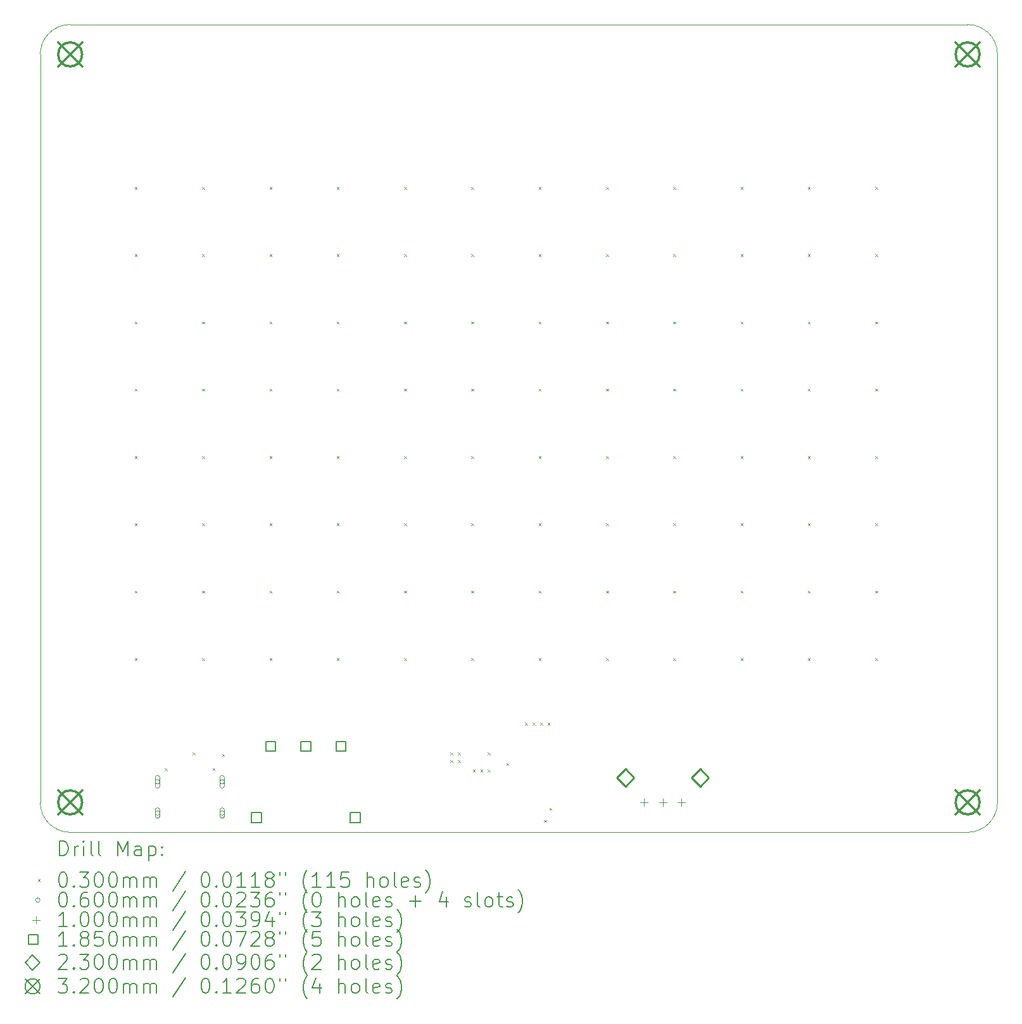
<source format=gbr>
%TF.GenerationSoftware,KiCad,Pcbnew,7.0.10*%
%TF.CreationDate,2024-06-08T14:33:12-05:00*%
%TF.ProjectId,viewer_rev2,76696577-6572-45f7-9265-76322e6b6963,rev?*%
%TF.SameCoordinates,PX62b48e0PY1ba8140*%
%TF.FileFunction,Drillmap*%
%TF.FilePolarity,Positive*%
%FSLAX45Y45*%
G04 Gerber Fmt 4.5, Leading zero omitted, Abs format (unit mm)*
G04 Created by KiCad (PCBNEW 7.0.10) date 2024-06-08 14:33:12*
%MOMM*%
%LPD*%
G01*
G04 APERTURE LIST*
%ADD10C,0.050000*%
%ADD11C,0.200000*%
%ADD12C,0.100000*%
%ADD13C,0.185000*%
%ADD14C,0.230000*%
%ADD15C,0.320000*%
G04 APERTURE END LIST*
D10*
X400000Y-10800000D02*
X12400000Y-10800000D01*
X400000Y0D02*
G75*
G03*
X0Y-400000I0J-400000D01*
G01*
X12800000Y-400000D02*
G75*
G03*
X12400000Y0I-400000J0D01*
G01*
X0Y-400000D02*
X0Y-10400000D01*
X0Y-10400000D02*
G75*
G03*
X400000Y-10800000I400000J0D01*
G01*
X400000Y0D02*
X12400000Y0D01*
X12400000Y-10800000D02*
G75*
G03*
X12800000Y-10400000I0J400000D01*
G01*
X12800000Y-400000D02*
X12800000Y-10400000D01*
D11*
D12*
X1265000Y-2170000D02*
X1295000Y-2200000D01*
X1295000Y-2170000D02*
X1265000Y-2200000D01*
X1265000Y-3070000D02*
X1295000Y-3100000D01*
X1295000Y-3070000D02*
X1265000Y-3100000D01*
X1265000Y-3970000D02*
X1295000Y-4000000D01*
X1295000Y-3970000D02*
X1265000Y-4000000D01*
X1265000Y-4870000D02*
X1295000Y-4900000D01*
X1295000Y-4870000D02*
X1265000Y-4900000D01*
X1265000Y-5770000D02*
X1295000Y-5800000D01*
X1295000Y-5770000D02*
X1265000Y-5800000D01*
X1265000Y-6670000D02*
X1295000Y-6700000D01*
X1295000Y-6670000D02*
X1265000Y-6700000D01*
X1265000Y-7570000D02*
X1295000Y-7600000D01*
X1295000Y-7570000D02*
X1265000Y-7600000D01*
X1265000Y-8470000D02*
X1295000Y-8500000D01*
X1295000Y-8470000D02*
X1265000Y-8500000D01*
X1665000Y-9945000D02*
X1695000Y-9975000D01*
X1695000Y-9945000D02*
X1665000Y-9975000D01*
X2040000Y-9735000D02*
X2070000Y-9765000D01*
X2070000Y-9735000D02*
X2040000Y-9765000D01*
X2165000Y-2170000D02*
X2195000Y-2200000D01*
X2195000Y-2170000D02*
X2165000Y-2200000D01*
X2165000Y-3070000D02*
X2195000Y-3100000D01*
X2195000Y-3070000D02*
X2165000Y-3100000D01*
X2165000Y-3970000D02*
X2195000Y-4000000D01*
X2195000Y-3970000D02*
X2165000Y-4000000D01*
X2165000Y-4870000D02*
X2195000Y-4900000D01*
X2195000Y-4870000D02*
X2165000Y-4900000D01*
X2165000Y-5770000D02*
X2195000Y-5800000D01*
X2195000Y-5770000D02*
X2165000Y-5800000D01*
X2165000Y-6670000D02*
X2195000Y-6700000D01*
X2195000Y-6670000D02*
X2165000Y-6700000D01*
X2165000Y-7570000D02*
X2195000Y-7600000D01*
X2195000Y-7570000D02*
X2165000Y-7600000D01*
X2165000Y-8470000D02*
X2195000Y-8500000D01*
X2195000Y-8470000D02*
X2165000Y-8500000D01*
X2305000Y-9939999D02*
X2335000Y-9969999D01*
X2335000Y-9939999D02*
X2305000Y-9969999D01*
X2430000Y-9755000D02*
X2460000Y-9785000D01*
X2460000Y-9755000D02*
X2430000Y-9785000D01*
X3065000Y-2170000D02*
X3095000Y-2200000D01*
X3095000Y-2170000D02*
X3065000Y-2200000D01*
X3065000Y-3070000D02*
X3095000Y-3100000D01*
X3095000Y-3070000D02*
X3065000Y-3100000D01*
X3065000Y-3970000D02*
X3095000Y-4000000D01*
X3095000Y-3970000D02*
X3065000Y-4000000D01*
X3065000Y-4870000D02*
X3095000Y-4900000D01*
X3095000Y-4870000D02*
X3065000Y-4900000D01*
X3065000Y-5770000D02*
X3095000Y-5800000D01*
X3095000Y-5770000D02*
X3065000Y-5800000D01*
X3065000Y-6670000D02*
X3095000Y-6700000D01*
X3095000Y-6670000D02*
X3065000Y-6700000D01*
X3065000Y-7570000D02*
X3095000Y-7600000D01*
X3095000Y-7570000D02*
X3065000Y-7600000D01*
X3065000Y-8470000D02*
X3095000Y-8500000D01*
X3095000Y-8470000D02*
X3065000Y-8500000D01*
X3965000Y-2170000D02*
X3995000Y-2200000D01*
X3995000Y-2170000D02*
X3965000Y-2200000D01*
X3965000Y-3070000D02*
X3995000Y-3100000D01*
X3995000Y-3070000D02*
X3965000Y-3100000D01*
X3965000Y-3970000D02*
X3995000Y-4000000D01*
X3995000Y-3970000D02*
X3965000Y-4000000D01*
X3965000Y-4870000D02*
X3995000Y-4900000D01*
X3995000Y-4870000D02*
X3965000Y-4900000D01*
X3965000Y-5770000D02*
X3995000Y-5800000D01*
X3995000Y-5770000D02*
X3965000Y-5800000D01*
X3965000Y-6670000D02*
X3995000Y-6700000D01*
X3995000Y-6670000D02*
X3965000Y-6700000D01*
X3965000Y-7570000D02*
X3995000Y-7600000D01*
X3995000Y-7570000D02*
X3965000Y-7600000D01*
X3965000Y-8470000D02*
X3995000Y-8500000D01*
X3995000Y-8470000D02*
X3965000Y-8500000D01*
X4865000Y-2170000D02*
X4895000Y-2200000D01*
X4895000Y-2170000D02*
X4865000Y-2200000D01*
X4865000Y-3070000D02*
X4895000Y-3100000D01*
X4895000Y-3070000D02*
X4865000Y-3100000D01*
X4865000Y-3970000D02*
X4895000Y-4000000D01*
X4895000Y-3970000D02*
X4865000Y-4000000D01*
X4865000Y-4870000D02*
X4895000Y-4900000D01*
X4895000Y-4870000D02*
X4865000Y-4900000D01*
X4865000Y-5770000D02*
X4895000Y-5800000D01*
X4895000Y-5770000D02*
X4865000Y-5800000D01*
X4865000Y-6670000D02*
X4895000Y-6700000D01*
X4895000Y-6670000D02*
X4865000Y-6700000D01*
X4865000Y-7570000D02*
X4895000Y-7600000D01*
X4895000Y-7570000D02*
X4865000Y-7600000D01*
X4865000Y-8470000D02*
X4895000Y-8500000D01*
X4895000Y-8470000D02*
X4865000Y-8500000D01*
X5485000Y-9735000D02*
X5515000Y-9765000D01*
X5515000Y-9735000D02*
X5485000Y-9765000D01*
X5485000Y-9835000D02*
X5515000Y-9865000D01*
X5515000Y-9835000D02*
X5485000Y-9865000D01*
X5585000Y-9735000D02*
X5615000Y-9765000D01*
X5615000Y-9735000D02*
X5585000Y-9765000D01*
X5585000Y-9835000D02*
X5615000Y-9865000D01*
X5615000Y-9835000D02*
X5585000Y-9865000D01*
X5765000Y-2170000D02*
X5795000Y-2200000D01*
X5795000Y-2170000D02*
X5765000Y-2200000D01*
X5765000Y-3070000D02*
X5795000Y-3100000D01*
X5795000Y-3070000D02*
X5765000Y-3100000D01*
X5765000Y-3970000D02*
X5795000Y-4000000D01*
X5795000Y-3970000D02*
X5765000Y-4000000D01*
X5765000Y-4870000D02*
X5795000Y-4900000D01*
X5795000Y-4870000D02*
X5765000Y-4900000D01*
X5765000Y-5770000D02*
X5795000Y-5800000D01*
X5795000Y-5770000D02*
X5765000Y-5800000D01*
X5765000Y-6670000D02*
X5795000Y-6700000D01*
X5795000Y-6670000D02*
X5765000Y-6700000D01*
X5765000Y-7570000D02*
X5795000Y-7600000D01*
X5795000Y-7570000D02*
X5765000Y-7600000D01*
X5765000Y-8470000D02*
X5795000Y-8500000D01*
X5795000Y-8470000D02*
X5765000Y-8500000D01*
X5785000Y-9960000D02*
X5815000Y-9990000D01*
X5815000Y-9960000D02*
X5785000Y-9990000D01*
X5885000Y-9960000D02*
X5915000Y-9990000D01*
X5915000Y-9960000D02*
X5885000Y-9990000D01*
X5985000Y-9735000D02*
X6015000Y-9765000D01*
X6015000Y-9735000D02*
X5985000Y-9765000D01*
X5985000Y-9960000D02*
X6015000Y-9990000D01*
X6015000Y-9960000D02*
X5985000Y-9990000D01*
X6235000Y-9871500D02*
X6265000Y-9901500D01*
X6265000Y-9871500D02*
X6235000Y-9901500D01*
X6485000Y-9335000D02*
X6515000Y-9365000D01*
X6515000Y-9335000D02*
X6485000Y-9365000D01*
X6585000Y-9335000D02*
X6615000Y-9365000D01*
X6615000Y-9335000D02*
X6585000Y-9365000D01*
X6665000Y-2170000D02*
X6695000Y-2200000D01*
X6695000Y-2170000D02*
X6665000Y-2200000D01*
X6665000Y-3070000D02*
X6695000Y-3100000D01*
X6695000Y-3070000D02*
X6665000Y-3100000D01*
X6665000Y-3970000D02*
X6695000Y-4000000D01*
X6695000Y-3970000D02*
X6665000Y-4000000D01*
X6665000Y-4870000D02*
X6695000Y-4900000D01*
X6695000Y-4870000D02*
X6665000Y-4900000D01*
X6665000Y-5770000D02*
X6695000Y-5800000D01*
X6695000Y-5770000D02*
X6665000Y-5800000D01*
X6665000Y-6670000D02*
X6695000Y-6700000D01*
X6695000Y-6670000D02*
X6665000Y-6700000D01*
X6665000Y-7570000D02*
X6695000Y-7600000D01*
X6695000Y-7570000D02*
X6665000Y-7600000D01*
X6665000Y-8470000D02*
X6695000Y-8500000D01*
X6695000Y-8470000D02*
X6665000Y-8500000D01*
X6685000Y-9335000D02*
X6715000Y-9365000D01*
X6715000Y-9335000D02*
X6685000Y-9365000D01*
X6735000Y-10635000D02*
X6765000Y-10665000D01*
X6765000Y-10635000D02*
X6735000Y-10665000D01*
X6785000Y-9335000D02*
X6815000Y-9365000D01*
X6815000Y-9335000D02*
X6785000Y-9365000D01*
X6810000Y-10474000D02*
X6840000Y-10504000D01*
X6840000Y-10474000D02*
X6810000Y-10504000D01*
X7565000Y-2170000D02*
X7595000Y-2200000D01*
X7595000Y-2170000D02*
X7565000Y-2200000D01*
X7565000Y-3070000D02*
X7595000Y-3100000D01*
X7595000Y-3070000D02*
X7565000Y-3100000D01*
X7565000Y-3970000D02*
X7595000Y-4000000D01*
X7595000Y-3970000D02*
X7565000Y-4000000D01*
X7565000Y-4870000D02*
X7595000Y-4900000D01*
X7595000Y-4870000D02*
X7565000Y-4900000D01*
X7565000Y-5770000D02*
X7595000Y-5800000D01*
X7595000Y-5770000D02*
X7565000Y-5800000D01*
X7565000Y-6670000D02*
X7595000Y-6700000D01*
X7595000Y-6670000D02*
X7565000Y-6700000D01*
X7565000Y-7570000D02*
X7595000Y-7600000D01*
X7595000Y-7570000D02*
X7565000Y-7600000D01*
X7565000Y-8470000D02*
X7595000Y-8500000D01*
X7595000Y-8470000D02*
X7565000Y-8500000D01*
X8465000Y-2170000D02*
X8495000Y-2200000D01*
X8495000Y-2170000D02*
X8465000Y-2200000D01*
X8465000Y-3070000D02*
X8495000Y-3100000D01*
X8495000Y-3070000D02*
X8465000Y-3100000D01*
X8465000Y-3970000D02*
X8495000Y-4000000D01*
X8495000Y-3970000D02*
X8465000Y-4000000D01*
X8465000Y-4870000D02*
X8495000Y-4900000D01*
X8495000Y-4870000D02*
X8465000Y-4900000D01*
X8465000Y-5770000D02*
X8495000Y-5800000D01*
X8495000Y-5770000D02*
X8465000Y-5800000D01*
X8465000Y-6670000D02*
X8495000Y-6700000D01*
X8495000Y-6670000D02*
X8465000Y-6700000D01*
X8465000Y-7570000D02*
X8495000Y-7600000D01*
X8495000Y-7570000D02*
X8465000Y-7600000D01*
X8465000Y-8470000D02*
X8495000Y-8500000D01*
X8495000Y-8470000D02*
X8465000Y-8500000D01*
X9365000Y-2170000D02*
X9395000Y-2200000D01*
X9395000Y-2170000D02*
X9365000Y-2200000D01*
X9365000Y-3070000D02*
X9395000Y-3100000D01*
X9395000Y-3070000D02*
X9365000Y-3100000D01*
X9365000Y-3970000D02*
X9395000Y-4000000D01*
X9395000Y-3970000D02*
X9365000Y-4000000D01*
X9365000Y-4870000D02*
X9395000Y-4900000D01*
X9395000Y-4870000D02*
X9365000Y-4900000D01*
X9365000Y-5770000D02*
X9395000Y-5800000D01*
X9395000Y-5770000D02*
X9365000Y-5800000D01*
X9365000Y-6670000D02*
X9395000Y-6700000D01*
X9395000Y-6670000D02*
X9365000Y-6700000D01*
X9365000Y-7570000D02*
X9395000Y-7600000D01*
X9395000Y-7570000D02*
X9365000Y-7600000D01*
X9365000Y-8470000D02*
X9395000Y-8500000D01*
X9395000Y-8470000D02*
X9365000Y-8500000D01*
X10265000Y-2170000D02*
X10295000Y-2200000D01*
X10295000Y-2170000D02*
X10265000Y-2200000D01*
X10265000Y-3070000D02*
X10295000Y-3100000D01*
X10295000Y-3070000D02*
X10265000Y-3100000D01*
X10265000Y-3970000D02*
X10295000Y-4000000D01*
X10295000Y-3970000D02*
X10265000Y-4000000D01*
X10265000Y-4870000D02*
X10295000Y-4900000D01*
X10295000Y-4870000D02*
X10265000Y-4900000D01*
X10265000Y-5770000D02*
X10295000Y-5800000D01*
X10295000Y-5770000D02*
X10265000Y-5800000D01*
X10265000Y-6670000D02*
X10295000Y-6700000D01*
X10295000Y-6670000D02*
X10265000Y-6700000D01*
X10265000Y-7570000D02*
X10295000Y-7600000D01*
X10295000Y-7570000D02*
X10265000Y-7600000D01*
X10265000Y-8470000D02*
X10295000Y-8500000D01*
X10295000Y-8470000D02*
X10265000Y-8500000D01*
X11165000Y-2170000D02*
X11195000Y-2200000D01*
X11195000Y-2170000D02*
X11165000Y-2200000D01*
X11165000Y-3070000D02*
X11195000Y-3100000D01*
X11195000Y-3070000D02*
X11165000Y-3100000D01*
X11165000Y-3970000D02*
X11195000Y-4000000D01*
X11195000Y-3970000D02*
X11165000Y-4000000D01*
X11165000Y-4870000D02*
X11195000Y-4900000D01*
X11195000Y-4870000D02*
X11165000Y-4900000D01*
X11165000Y-5770000D02*
X11195000Y-5800000D01*
X11195000Y-5770000D02*
X11165000Y-5800000D01*
X11165000Y-6670000D02*
X11195000Y-6700000D01*
X11195000Y-6670000D02*
X11165000Y-6700000D01*
X11165000Y-7570000D02*
X11195000Y-7600000D01*
X11195000Y-7570000D02*
X11165000Y-7600000D01*
X11165000Y-8470000D02*
X11195000Y-8500000D01*
X11195000Y-8470000D02*
X11165000Y-8500000D01*
X1598000Y-10124500D02*
G75*
G03*
X1538000Y-10124500I-30000J0D01*
G01*
X1538000Y-10124500D02*
G75*
G03*
X1598000Y-10124500I30000J0D01*
G01*
X1538000Y-10069500D02*
X1538000Y-10179500D01*
X1538000Y-10179500D02*
G75*
G03*
X1598000Y-10179500I30000J0D01*
G01*
X1598000Y-10179500D02*
X1598000Y-10069500D01*
X1598000Y-10069500D02*
G75*
G03*
X1538000Y-10069500I-30000J0D01*
G01*
X1598000Y-10542500D02*
G75*
G03*
X1538000Y-10542500I-30000J0D01*
G01*
X1538000Y-10542500D02*
G75*
G03*
X1598000Y-10542500I30000J0D01*
G01*
X1538000Y-10502500D02*
X1538000Y-10582500D01*
X1538000Y-10582500D02*
G75*
G03*
X1598000Y-10582500I30000J0D01*
G01*
X1598000Y-10582500D02*
X1598000Y-10502500D01*
X1598000Y-10502500D02*
G75*
G03*
X1538000Y-10502500I-30000J0D01*
G01*
X2462000Y-10124500D02*
G75*
G03*
X2402000Y-10124500I-30000J0D01*
G01*
X2402000Y-10124500D02*
G75*
G03*
X2462000Y-10124500I30000J0D01*
G01*
X2402000Y-10069500D02*
X2402000Y-10179500D01*
X2402000Y-10179500D02*
G75*
G03*
X2462000Y-10179500I30000J0D01*
G01*
X2462000Y-10179500D02*
X2462000Y-10069500D01*
X2462000Y-10069500D02*
G75*
G03*
X2402000Y-10069500I-30000J0D01*
G01*
X2462000Y-10542500D02*
G75*
G03*
X2402000Y-10542500I-30000J0D01*
G01*
X2402000Y-10542500D02*
G75*
G03*
X2462000Y-10542500I30000J0D01*
G01*
X2402000Y-10502500D02*
X2402000Y-10582500D01*
X2402000Y-10582500D02*
G75*
G03*
X2462000Y-10582500I30000J0D01*
G01*
X2462000Y-10582500D02*
X2462000Y-10502500D01*
X2462000Y-10502500D02*
G75*
G03*
X2402000Y-10502500I-30000J0D01*
G01*
X8075000Y-10350000D02*
X8075000Y-10450000D01*
X8025000Y-10400000D02*
X8125000Y-10400000D01*
X8325000Y-10350000D02*
X8325000Y-10450000D01*
X8275000Y-10400000D02*
X8375000Y-10400000D01*
X8575000Y-10350000D02*
X8575000Y-10450000D01*
X8525000Y-10400000D02*
X8625000Y-10400000D01*
D13*
X2954908Y-10668158D02*
X2954908Y-10537342D01*
X2824092Y-10537342D01*
X2824092Y-10668158D01*
X2954908Y-10668158D01*
X3145408Y-9715158D02*
X3145408Y-9584342D01*
X3014592Y-9584342D01*
X3014592Y-9715158D01*
X3145408Y-9715158D01*
X3615408Y-9715158D02*
X3615408Y-9584342D01*
X3484592Y-9584342D01*
X3484592Y-9715158D01*
X3615408Y-9715158D01*
X4085408Y-9715158D02*
X4085408Y-9584342D01*
X3954592Y-9584342D01*
X3954592Y-9715158D01*
X4085408Y-9715158D01*
X4275908Y-10668158D02*
X4275908Y-10537342D01*
X4145092Y-10537342D01*
X4145092Y-10668158D01*
X4275908Y-10668158D01*
D14*
X7825000Y-10185000D02*
X7940000Y-10070000D01*
X7825000Y-9955000D01*
X7710000Y-10070000D01*
X7825000Y-10185000D01*
X8825000Y-10185000D02*
X8940000Y-10070000D01*
X8825000Y-9955000D01*
X8710000Y-10070000D01*
X8825000Y-10185000D01*
D15*
X240000Y-240000D02*
X560000Y-560000D01*
X560000Y-240000D02*
X240000Y-560000D01*
X560000Y-400000D02*
G75*
G03*
X240000Y-400000I-160000J0D01*
G01*
X240000Y-400000D02*
G75*
G03*
X560000Y-400000I160000J0D01*
G01*
X240000Y-10240000D02*
X560000Y-10560000D01*
X560000Y-10240000D02*
X240000Y-10560000D01*
X560000Y-10400000D02*
G75*
G03*
X240000Y-10400000I-160000J0D01*
G01*
X240000Y-10400000D02*
G75*
G03*
X560000Y-10400000I160000J0D01*
G01*
X12240000Y-240000D02*
X12560000Y-560000D01*
X12560000Y-240000D02*
X12240000Y-560000D01*
X12560000Y-400000D02*
G75*
G03*
X12240000Y-400000I-160000J0D01*
G01*
X12240000Y-400000D02*
G75*
G03*
X12560000Y-400000I160000J0D01*
G01*
X12240000Y-10240000D02*
X12560000Y-10560000D01*
X12560000Y-10240000D02*
X12240000Y-10560000D01*
X12560000Y-10400000D02*
G75*
G03*
X12240000Y-10400000I-160000J0D01*
G01*
X12240000Y-10400000D02*
G75*
G03*
X12560000Y-10400000I160000J0D01*
G01*
D11*
X258277Y-11113984D02*
X258277Y-10913984D01*
X258277Y-10913984D02*
X305896Y-10913984D01*
X305896Y-10913984D02*
X334467Y-10923508D01*
X334467Y-10923508D02*
X353515Y-10942555D01*
X353515Y-10942555D02*
X363039Y-10961603D01*
X363039Y-10961603D02*
X372562Y-10999698D01*
X372562Y-10999698D02*
X372562Y-11028270D01*
X372562Y-11028270D02*
X363039Y-11066365D01*
X363039Y-11066365D02*
X353515Y-11085412D01*
X353515Y-11085412D02*
X334467Y-11104460D01*
X334467Y-11104460D02*
X305896Y-11113984D01*
X305896Y-11113984D02*
X258277Y-11113984D01*
X458277Y-11113984D02*
X458277Y-10980650D01*
X458277Y-11018746D02*
X467801Y-10999698D01*
X467801Y-10999698D02*
X477324Y-10990174D01*
X477324Y-10990174D02*
X496372Y-10980650D01*
X496372Y-10980650D02*
X515420Y-10980650D01*
X582086Y-11113984D02*
X582086Y-10980650D01*
X582086Y-10913984D02*
X572563Y-10923508D01*
X572563Y-10923508D02*
X582086Y-10933031D01*
X582086Y-10933031D02*
X591610Y-10923508D01*
X591610Y-10923508D02*
X582086Y-10913984D01*
X582086Y-10913984D02*
X582086Y-10933031D01*
X705896Y-11113984D02*
X686848Y-11104460D01*
X686848Y-11104460D02*
X677324Y-11085412D01*
X677324Y-11085412D02*
X677324Y-10913984D01*
X810658Y-11113984D02*
X791610Y-11104460D01*
X791610Y-11104460D02*
X782086Y-11085412D01*
X782086Y-11085412D02*
X782086Y-10913984D01*
X1039229Y-11113984D02*
X1039229Y-10913984D01*
X1039229Y-10913984D02*
X1105896Y-11056841D01*
X1105896Y-11056841D02*
X1172563Y-10913984D01*
X1172563Y-10913984D02*
X1172563Y-11113984D01*
X1353515Y-11113984D02*
X1353515Y-11009222D01*
X1353515Y-11009222D02*
X1343991Y-10990174D01*
X1343991Y-10990174D02*
X1324944Y-10980650D01*
X1324944Y-10980650D02*
X1286848Y-10980650D01*
X1286848Y-10980650D02*
X1267801Y-10990174D01*
X1353515Y-11104460D02*
X1334467Y-11113984D01*
X1334467Y-11113984D02*
X1286848Y-11113984D01*
X1286848Y-11113984D02*
X1267801Y-11104460D01*
X1267801Y-11104460D02*
X1258277Y-11085412D01*
X1258277Y-11085412D02*
X1258277Y-11066365D01*
X1258277Y-11066365D02*
X1267801Y-11047317D01*
X1267801Y-11047317D02*
X1286848Y-11037793D01*
X1286848Y-11037793D02*
X1334467Y-11037793D01*
X1334467Y-11037793D02*
X1353515Y-11028270D01*
X1448753Y-10980650D02*
X1448753Y-11180650D01*
X1448753Y-10990174D02*
X1467801Y-10980650D01*
X1467801Y-10980650D02*
X1505896Y-10980650D01*
X1505896Y-10980650D02*
X1524943Y-10990174D01*
X1524943Y-10990174D02*
X1534467Y-10999698D01*
X1534467Y-10999698D02*
X1543991Y-11018746D01*
X1543991Y-11018746D02*
X1543991Y-11075889D01*
X1543991Y-11075889D02*
X1534467Y-11094936D01*
X1534467Y-11094936D02*
X1524943Y-11104460D01*
X1524943Y-11104460D02*
X1505896Y-11113984D01*
X1505896Y-11113984D02*
X1467801Y-11113984D01*
X1467801Y-11113984D02*
X1448753Y-11104460D01*
X1629705Y-11094936D02*
X1639229Y-11104460D01*
X1639229Y-11104460D02*
X1629705Y-11113984D01*
X1629705Y-11113984D02*
X1620182Y-11104460D01*
X1620182Y-11104460D02*
X1629705Y-11094936D01*
X1629705Y-11094936D02*
X1629705Y-11113984D01*
X1629705Y-10990174D02*
X1639229Y-10999698D01*
X1639229Y-10999698D02*
X1629705Y-11009222D01*
X1629705Y-11009222D02*
X1620182Y-10999698D01*
X1620182Y-10999698D02*
X1629705Y-10990174D01*
X1629705Y-10990174D02*
X1629705Y-11009222D01*
D12*
X-32500Y-11427500D02*
X-2500Y-11457500D01*
X-2500Y-11427500D02*
X-32500Y-11457500D01*
D11*
X296372Y-11333984D02*
X315420Y-11333984D01*
X315420Y-11333984D02*
X334467Y-11343508D01*
X334467Y-11343508D02*
X343991Y-11353031D01*
X343991Y-11353031D02*
X353515Y-11372079D01*
X353515Y-11372079D02*
X363039Y-11410174D01*
X363039Y-11410174D02*
X363039Y-11457793D01*
X363039Y-11457793D02*
X353515Y-11495888D01*
X353515Y-11495888D02*
X343991Y-11514936D01*
X343991Y-11514936D02*
X334467Y-11524460D01*
X334467Y-11524460D02*
X315420Y-11533984D01*
X315420Y-11533984D02*
X296372Y-11533984D01*
X296372Y-11533984D02*
X277324Y-11524460D01*
X277324Y-11524460D02*
X267801Y-11514936D01*
X267801Y-11514936D02*
X258277Y-11495888D01*
X258277Y-11495888D02*
X248753Y-11457793D01*
X248753Y-11457793D02*
X248753Y-11410174D01*
X248753Y-11410174D02*
X258277Y-11372079D01*
X258277Y-11372079D02*
X267801Y-11353031D01*
X267801Y-11353031D02*
X277324Y-11343508D01*
X277324Y-11343508D02*
X296372Y-11333984D01*
X448753Y-11514936D02*
X458277Y-11524460D01*
X458277Y-11524460D02*
X448753Y-11533984D01*
X448753Y-11533984D02*
X439229Y-11524460D01*
X439229Y-11524460D02*
X448753Y-11514936D01*
X448753Y-11514936D02*
X448753Y-11533984D01*
X524944Y-11333984D02*
X648753Y-11333984D01*
X648753Y-11333984D02*
X582086Y-11410174D01*
X582086Y-11410174D02*
X610658Y-11410174D01*
X610658Y-11410174D02*
X629705Y-11419698D01*
X629705Y-11419698D02*
X639229Y-11429222D01*
X639229Y-11429222D02*
X648753Y-11448269D01*
X648753Y-11448269D02*
X648753Y-11495888D01*
X648753Y-11495888D02*
X639229Y-11514936D01*
X639229Y-11514936D02*
X629705Y-11524460D01*
X629705Y-11524460D02*
X610658Y-11533984D01*
X610658Y-11533984D02*
X553515Y-11533984D01*
X553515Y-11533984D02*
X534467Y-11524460D01*
X534467Y-11524460D02*
X524944Y-11514936D01*
X772562Y-11333984D02*
X791610Y-11333984D01*
X791610Y-11333984D02*
X810658Y-11343508D01*
X810658Y-11343508D02*
X820182Y-11353031D01*
X820182Y-11353031D02*
X829705Y-11372079D01*
X829705Y-11372079D02*
X839229Y-11410174D01*
X839229Y-11410174D02*
X839229Y-11457793D01*
X839229Y-11457793D02*
X829705Y-11495888D01*
X829705Y-11495888D02*
X820182Y-11514936D01*
X820182Y-11514936D02*
X810658Y-11524460D01*
X810658Y-11524460D02*
X791610Y-11533984D01*
X791610Y-11533984D02*
X772562Y-11533984D01*
X772562Y-11533984D02*
X753515Y-11524460D01*
X753515Y-11524460D02*
X743991Y-11514936D01*
X743991Y-11514936D02*
X734467Y-11495888D01*
X734467Y-11495888D02*
X724943Y-11457793D01*
X724943Y-11457793D02*
X724943Y-11410174D01*
X724943Y-11410174D02*
X734467Y-11372079D01*
X734467Y-11372079D02*
X743991Y-11353031D01*
X743991Y-11353031D02*
X753515Y-11343508D01*
X753515Y-11343508D02*
X772562Y-11333984D01*
X963039Y-11333984D02*
X982086Y-11333984D01*
X982086Y-11333984D02*
X1001134Y-11343508D01*
X1001134Y-11343508D02*
X1010658Y-11353031D01*
X1010658Y-11353031D02*
X1020182Y-11372079D01*
X1020182Y-11372079D02*
X1029705Y-11410174D01*
X1029705Y-11410174D02*
X1029705Y-11457793D01*
X1029705Y-11457793D02*
X1020182Y-11495888D01*
X1020182Y-11495888D02*
X1010658Y-11514936D01*
X1010658Y-11514936D02*
X1001134Y-11524460D01*
X1001134Y-11524460D02*
X982086Y-11533984D01*
X982086Y-11533984D02*
X963039Y-11533984D01*
X963039Y-11533984D02*
X943991Y-11524460D01*
X943991Y-11524460D02*
X934467Y-11514936D01*
X934467Y-11514936D02*
X924943Y-11495888D01*
X924943Y-11495888D02*
X915420Y-11457793D01*
X915420Y-11457793D02*
X915420Y-11410174D01*
X915420Y-11410174D02*
X924943Y-11372079D01*
X924943Y-11372079D02*
X934467Y-11353031D01*
X934467Y-11353031D02*
X943991Y-11343508D01*
X943991Y-11343508D02*
X963039Y-11333984D01*
X1115420Y-11533984D02*
X1115420Y-11400650D01*
X1115420Y-11419698D02*
X1124944Y-11410174D01*
X1124944Y-11410174D02*
X1143991Y-11400650D01*
X1143991Y-11400650D02*
X1172563Y-11400650D01*
X1172563Y-11400650D02*
X1191610Y-11410174D01*
X1191610Y-11410174D02*
X1201134Y-11429222D01*
X1201134Y-11429222D02*
X1201134Y-11533984D01*
X1201134Y-11429222D02*
X1210658Y-11410174D01*
X1210658Y-11410174D02*
X1229705Y-11400650D01*
X1229705Y-11400650D02*
X1258277Y-11400650D01*
X1258277Y-11400650D02*
X1277325Y-11410174D01*
X1277325Y-11410174D02*
X1286848Y-11429222D01*
X1286848Y-11429222D02*
X1286848Y-11533984D01*
X1382086Y-11533984D02*
X1382086Y-11400650D01*
X1382086Y-11419698D02*
X1391610Y-11410174D01*
X1391610Y-11410174D02*
X1410658Y-11400650D01*
X1410658Y-11400650D02*
X1439229Y-11400650D01*
X1439229Y-11400650D02*
X1458277Y-11410174D01*
X1458277Y-11410174D02*
X1467801Y-11429222D01*
X1467801Y-11429222D02*
X1467801Y-11533984D01*
X1467801Y-11429222D02*
X1477324Y-11410174D01*
X1477324Y-11410174D02*
X1496372Y-11400650D01*
X1496372Y-11400650D02*
X1524943Y-11400650D01*
X1524943Y-11400650D02*
X1543991Y-11410174D01*
X1543991Y-11410174D02*
X1553515Y-11429222D01*
X1553515Y-11429222D02*
X1553515Y-11533984D01*
X1943991Y-11324460D02*
X1772563Y-11581603D01*
X2201134Y-11333984D02*
X2220182Y-11333984D01*
X2220182Y-11333984D02*
X2239229Y-11343508D01*
X2239229Y-11343508D02*
X2248753Y-11353031D01*
X2248753Y-11353031D02*
X2258277Y-11372079D01*
X2258277Y-11372079D02*
X2267801Y-11410174D01*
X2267801Y-11410174D02*
X2267801Y-11457793D01*
X2267801Y-11457793D02*
X2258277Y-11495888D01*
X2258277Y-11495888D02*
X2248753Y-11514936D01*
X2248753Y-11514936D02*
X2239229Y-11524460D01*
X2239229Y-11524460D02*
X2220182Y-11533984D01*
X2220182Y-11533984D02*
X2201134Y-11533984D01*
X2201134Y-11533984D02*
X2182087Y-11524460D01*
X2182087Y-11524460D02*
X2172563Y-11514936D01*
X2172563Y-11514936D02*
X2163039Y-11495888D01*
X2163039Y-11495888D02*
X2153515Y-11457793D01*
X2153515Y-11457793D02*
X2153515Y-11410174D01*
X2153515Y-11410174D02*
X2163039Y-11372079D01*
X2163039Y-11372079D02*
X2172563Y-11353031D01*
X2172563Y-11353031D02*
X2182087Y-11343508D01*
X2182087Y-11343508D02*
X2201134Y-11333984D01*
X2353515Y-11514936D02*
X2363039Y-11524460D01*
X2363039Y-11524460D02*
X2353515Y-11533984D01*
X2353515Y-11533984D02*
X2343991Y-11524460D01*
X2343991Y-11524460D02*
X2353515Y-11514936D01*
X2353515Y-11514936D02*
X2353515Y-11533984D01*
X2486848Y-11333984D02*
X2505896Y-11333984D01*
X2505896Y-11333984D02*
X2524944Y-11343508D01*
X2524944Y-11343508D02*
X2534468Y-11353031D01*
X2534468Y-11353031D02*
X2543991Y-11372079D01*
X2543991Y-11372079D02*
X2553515Y-11410174D01*
X2553515Y-11410174D02*
X2553515Y-11457793D01*
X2553515Y-11457793D02*
X2543991Y-11495888D01*
X2543991Y-11495888D02*
X2534468Y-11514936D01*
X2534468Y-11514936D02*
X2524944Y-11524460D01*
X2524944Y-11524460D02*
X2505896Y-11533984D01*
X2505896Y-11533984D02*
X2486848Y-11533984D01*
X2486848Y-11533984D02*
X2467801Y-11524460D01*
X2467801Y-11524460D02*
X2458277Y-11514936D01*
X2458277Y-11514936D02*
X2448753Y-11495888D01*
X2448753Y-11495888D02*
X2439229Y-11457793D01*
X2439229Y-11457793D02*
X2439229Y-11410174D01*
X2439229Y-11410174D02*
X2448753Y-11372079D01*
X2448753Y-11372079D02*
X2458277Y-11353031D01*
X2458277Y-11353031D02*
X2467801Y-11343508D01*
X2467801Y-11343508D02*
X2486848Y-11333984D01*
X2743991Y-11533984D02*
X2629706Y-11533984D01*
X2686848Y-11533984D02*
X2686848Y-11333984D01*
X2686848Y-11333984D02*
X2667801Y-11362555D01*
X2667801Y-11362555D02*
X2648753Y-11381603D01*
X2648753Y-11381603D02*
X2629706Y-11391127D01*
X2934467Y-11533984D02*
X2820182Y-11533984D01*
X2877325Y-11533984D02*
X2877325Y-11333984D01*
X2877325Y-11333984D02*
X2858277Y-11362555D01*
X2858277Y-11362555D02*
X2839229Y-11381603D01*
X2839229Y-11381603D02*
X2820182Y-11391127D01*
X3048753Y-11419698D02*
X3029706Y-11410174D01*
X3029706Y-11410174D02*
X3020182Y-11400650D01*
X3020182Y-11400650D02*
X3010658Y-11381603D01*
X3010658Y-11381603D02*
X3010658Y-11372079D01*
X3010658Y-11372079D02*
X3020182Y-11353031D01*
X3020182Y-11353031D02*
X3029706Y-11343508D01*
X3029706Y-11343508D02*
X3048753Y-11333984D01*
X3048753Y-11333984D02*
X3086848Y-11333984D01*
X3086848Y-11333984D02*
X3105896Y-11343508D01*
X3105896Y-11343508D02*
X3115420Y-11353031D01*
X3115420Y-11353031D02*
X3124944Y-11372079D01*
X3124944Y-11372079D02*
X3124944Y-11381603D01*
X3124944Y-11381603D02*
X3115420Y-11400650D01*
X3115420Y-11400650D02*
X3105896Y-11410174D01*
X3105896Y-11410174D02*
X3086848Y-11419698D01*
X3086848Y-11419698D02*
X3048753Y-11419698D01*
X3048753Y-11419698D02*
X3029706Y-11429222D01*
X3029706Y-11429222D02*
X3020182Y-11438746D01*
X3020182Y-11438746D02*
X3010658Y-11457793D01*
X3010658Y-11457793D02*
X3010658Y-11495888D01*
X3010658Y-11495888D02*
X3020182Y-11514936D01*
X3020182Y-11514936D02*
X3029706Y-11524460D01*
X3029706Y-11524460D02*
X3048753Y-11533984D01*
X3048753Y-11533984D02*
X3086848Y-11533984D01*
X3086848Y-11533984D02*
X3105896Y-11524460D01*
X3105896Y-11524460D02*
X3115420Y-11514936D01*
X3115420Y-11514936D02*
X3124944Y-11495888D01*
X3124944Y-11495888D02*
X3124944Y-11457793D01*
X3124944Y-11457793D02*
X3115420Y-11438746D01*
X3115420Y-11438746D02*
X3105896Y-11429222D01*
X3105896Y-11429222D02*
X3086848Y-11419698D01*
X3201134Y-11333984D02*
X3201134Y-11372079D01*
X3277325Y-11333984D02*
X3277325Y-11372079D01*
X3572563Y-11610174D02*
X3563039Y-11600650D01*
X3563039Y-11600650D02*
X3543991Y-11572079D01*
X3543991Y-11572079D02*
X3534468Y-11553031D01*
X3534468Y-11553031D02*
X3524944Y-11524460D01*
X3524944Y-11524460D02*
X3515420Y-11476841D01*
X3515420Y-11476841D02*
X3515420Y-11438746D01*
X3515420Y-11438746D02*
X3524944Y-11391127D01*
X3524944Y-11391127D02*
X3534468Y-11362555D01*
X3534468Y-11362555D02*
X3543991Y-11343508D01*
X3543991Y-11343508D02*
X3563039Y-11314936D01*
X3563039Y-11314936D02*
X3572563Y-11305412D01*
X3753515Y-11533984D02*
X3639229Y-11533984D01*
X3696372Y-11533984D02*
X3696372Y-11333984D01*
X3696372Y-11333984D02*
X3677325Y-11362555D01*
X3677325Y-11362555D02*
X3658277Y-11381603D01*
X3658277Y-11381603D02*
X3639229Y-11391127D01*
X3943991Y-11533984D02*
X3829706Y-11533984D01*
X3886848Y-11533984D02*
X3886848Y-11333984D01*
X3886848Y-11333984D02*
X3867801Y-11362555D01*
X3867801Y-11362555D02*
X3848753Y-11381603D01*
X3848753Y-11381603D02*
X3829706Y-11391127D01*
X4124944Y-11333984D02*
X4029706Y-11333984D01*
X4029706Y-11333984D02*
X4020182Y-11429222D01*
X4020182Y-11429222D02*
X4029706Y-11419698D01*
X4029706Y-11419698D02*
X4048753Y-11410174D01*
X4048753Y-11410174D02*
X4096372Y-11410174D01*
X4096372Y-11410174D02*
X4115420Y-11419698D01*
X4115420Y-11419698D02*
X4124944Y-11429222D01*
X4124944Y-11429222D02*
X4134468Y-11448269D01*
X4134468Y-11448269D02*
X4134468Y-11495888D01*
X4134468Y-11495888D02*
X4124944Y-11514936D01*
X4124944Y-11514936D02*
X4115420Y-11524460D01*
X4115420Y-11524460D02*
X4096372Y-11533984D01*
X4096372Y-11533984D02*
X4048753Y-11533984D01*
X4048753Y-11533984D02*
X4029706Y-11524460D01*
X4029706Y-11524460D02*
X4020182Y-11514936D01*
X4372563Y-11533984D02*
X4372563Y-11333984D01*
X4458277Y-11533984D02*
X4458277Y-11429222D01*
X4458277Y-11429222D02*
X4448753Y-11410174D01*
X4448753Y-11410174D02*
X4429706Y-11400650D01*
X4429706Y-11400650D02*
X4401134Y-11400650D01*
X4401134Y-11400650D02*
X4382087Y-11410174D01*
X4382087Y-11410174D02*
X4372563Y-11419698D01*
X4582087Y-11533984D02*
X4563039Y-11524460D01*
X4563039Y-11524460D02*
X4553515Y-11514936D01*
X4553515Y-11514936D02*
X4543992Y-11495888D01*
X4543992Y-11495888D02*
X4543992Y-11438746D01*
X4543992Y-11438746D02*
X4553515Y-11419698D01*
X4553515Y-11419698D02*
X4563039Y-11410174D01*
X4563039Y-11410174D02*
X4582087Y-11400650D01*
X4582087Y-11400650D02*
X4610658Y-11400650D01*
X4610658Y-11400650D02*
X4629706Y-11410174D01*
X4629706Y-11410174D02*
X4639230Y-11419698D01*
X4639230Y-11419698D02*
X4648753Y-11438746D01*
X4648753Y-11438746D02*
X4648753Y-11495888D01*
X4648753Y-11495888D02*
X4639230Y-11514936D01*
X4639230Y-11514936D02*
X4629706Y-11524460D01*
X4629706Y-11524460D02*
X4610658Y-11533984D01*
X4610658Y-11533984D02*
X4582087Y-11533984D01*
X4763039Y-11533984D02*
X4743992Y-11524460D01*
X4743992Y-11524460D02*
X4734468Y-11505412D01*
X4734468Y-11505412D02*
X4734468Y-11333984D01*
X4915420Y-11524460D02*
X4896373Y-11533984D01*
X4896373Y-11533984D02*
X4858277Y-11533984D01*
X4858277Y-11533984D02*
X4839230Y-11524460D01*
X4839230Y-11524460D02*
X4829706Y-11505412D01*
X4829706Y-11505412D02*
X4829706Y-11429222D01*
X4829706Y-11429222D02*
X4839230Y-11410174D01*
X4839230Y-11410174D02*
X4858277Y-11400650D01*
X4858277Y-11400650D02*
X4896373Y-11400650D01*
X4896373Y-11400650D02*
X4915420Y-11410174D01*
X4915420Y-11410174D02*
X4924944Y-11429222D01*
X4924944Y-11429222D02*
X4924944Y-11448269D01*
X4924944Y-11448269D02*
X4829706Y-11467317D01*
X5001134Y-11524460D02*
X5020182Y-11533984D01*
X5020182Y-11533984D02*
X5058277Y-11533984D01*
X5058277Y-11533984D02*
X5077325Y-11524460D01*
X5077325Y-11524460D02*
X5086849Y-11505412D01*
X5086849Y-11505412D02*
X5086849Y-11495888D01*
X5086849Y-11495888D02*
X5077325Y-11476841D01*
X5077325Y-11476841D02*
X5058277Y-11467317D01*
X5058277Y-11467317D02*
X5029706Y-11467317D01*
X5029706Y-11467317D02*
X5010658Y-11457793D01*
X5010658Y-11457793D02*
X5001134Y-11438746D01*
X5001134Y-11438746D02*
X5001134Y-11429222D01*
X5001134Y-11429222D02*
X5010658Y-11410174D01*
X5010658Y-11410174D02*
X5029706Y-11400650D01*
X5029706Y-11400650D02*
X5058277Y-11400650D01*
X5058277Y-11400650D02*
X5077325Y-11410174D01*
X5153515Y-11610174D02*
X5163039Y-11600650D01*
X5163039Y-11600650D02*
X5182087Y-11572079D01*
X5182087Y-11572079D02*
X5191611Y-11553031D01*
X5191611Y-11553031D02*
X5201134Y-11524460D01*
X5201134Y-11524460D02*
X5210658Y-11476841D01*
X5210658Y-11476841D02*
X5210658Y-11438746D01*
X5210658Y-11438746D02*
X5201134Y-11391127D01*
X5201134Y-11391127D02*
X5191611Y-11362555D01*
X5191611Y-11362555D02*
X5182087Y-11343508D01*
X5182087Y-11343508D02*
X5163039Y-11314936D01*
X5163039Y-11314936D02*
X5153515Y-11305412D01*
D12*
X-2500Y-11706500D02*
G75*
G03*
X-62500Y-11706500I-30000J0D01*
G01*
X-62500Y-11706500D02*
G75*
G03*
X-2500Y-11706500I30000J0D01*
G01*
D11*
X296372Y-11597984D02*
X315420Y-11597984D01*
X315420Y-11597984D02*
X334467Y-11607508D01*
X334467Y-11607508D02*
X343991Y-11617031D01*
X343991Y-11617031D02*
X353515Y-11636079D01*
X353515Y-11636079D02*
X363039Y-11674174D01*
X363039Y-11674174D02*
X363039Y-11721793D01*
X363039Y-11721793D02*
X353515Y-11759888D01*
X353515Y-11759888D02*
X343991Y-11778936D01*
X343991Y-11778936D02*
X334467Y-11788460D01*
X334467Y-11788460D02*
X315420Y-11797984D01*
X315420Y-11797984D02*
X296372Y-11797984D01*
X296372Y-11797984D02*
X277324Y-11788460D01*
X277324Y-11788460D02*
X267801Y-11778936D01*
X267801Y-11778936D02*
X258277Y-11759888D01*
X258277Y-11759888D02*
X248753Y-11721793D01*
X248753Y-11721793D02*
X248753Y-11674174D01*
X248753Y-11674174D02*
X258277Y-11636079D01*
X258277Y-11636079D02*
X267801Y-11617031D01*
X267801Y-11617031D02*
X277324Y-11607508D01*
X277324Y-11607508D02*
X296372Y-11597984D01*
X448753Y-11778936D02*
X458277Y-11788460D01*
X458277Y-11788460D02*
X448753Y-11797984D01*
X448753Y-11797984D02*
X439229Y-11788460D01*
X439229Y-11788460D02*
X448753Y-11778936D01*
X448753Y-11778936D02*
X448753Y-11797984D01*
X629705Y-11597984D02*
X591610Y-11597984D01*
X591610Y-11597984D02*
X572563Y-11607508D01*
X572563Y-11607508D02*
X563039Y-11617031D01*
X563039Y-11617031D02*
X543991Y-11645603D01*
X543991Y-11645603D02*
X534467Y-11683698D01*
X534467Y-11683698D02*
X534467Y-11759888D01*
X534467Y-11759888D02*
X543991Y-11778936D01*
X543991Y-11778936D02*
X553515Y-11788460D01*
X553515Y-11788460D02*
X572563Y-11797984D01*
X572563Y-11797984D02*
X610658Y-11797984D01*
X610658Y-11797984D02*
X629705Y-11788460D01*
X629705Y-11788460D02*
X639229Y-11778936D01*
X639229Y-11778936D02*
X648753Y-11759888D01*
X648753Y-11759888D02*
X648753Y-11712269D01*
X648753Y-11712269D02*
X639229Y-11693222D01*
X639229Y-11693222D02*
X629705Y-11683698D01*
X629705Y-11683698D02*
X610658Y-11674174D01*
X610658Y-11674174D02*
X572563Y-11674174D01*
X572563Y-11674174D02*
X553515Y-11683698D01*
X553515Y-11683698D02*
X543991Y-11693222D01*
X543991Y-11693222D02*
X534467Y-11712269D01*
X772562Y-11597984D02*
X791610Y-11597984D01*
X791610Y-11597984D02*
X810658Y-11607508D01*
X810658Y-11607508D02*
X820182Y-11617031D01*
X820182Y-11617031D02*
X829705Y-11636079D01*
X829705Y-11636079D02*
X839229Y-11674174D01*
X839229Y-11674174D02*
X839229Y-11721793D01*
X839229Y-11721793D02*
X829705Y-11759888D01*
X829705Y-11759888D02*
X820182Y-11778936D01*
X820182Y-11778936D02*
X810658Y-11788460D01*
X810658Y-11788460D02*
X791610Y-11797984D01*
X791610Y-11797984D02*
X772562Y-11797984D01*
X772562Y-11797984D02*
X753515Y-11788460D01*
X753515Y-11788460D02*
X743991Y-11778936D01*
X743991Y-11778936D02*
X734467Y-11759888D01*
X734467Y-11759888D02*
X724943Y-11721793D01*
X724943Y-11721793D02*
X724943Y-11674174D01*
X724943Y-11674174D02*
X734467Y-11636079D01*
X734467Y-11636079D02*
X743991Y-11617031D01*
X743991Y-11617031D02*
X753515Y-11607508D01*
X753515Y-11607508D02*
X772562Y-11597984D01*
X963039Y-11597984D02*
X982086Y-11597984D01*
X982086Y-11597984D02*
X1001134Y-11607508D01*
X1001134Y-11607508D02*
X1010658Y-11617031D01*
X1010658Y-11617031D02*
X1020182Y-11636079D01*
X1020182Y-11636079D02*
X1029705Y-11674174D01*
X1029705Y-11674174D02*
X1029705Y-11721793D01*
X1029705Y-11721793D02*
X1020182Y-11759888D01*
X1020182Y-11759888D02*
X1010658Y-11778936D01*
X1010658Y-11778936D02*
X1001134Y-11788460D01*
X1001134Y-11788460D02*
X982086Y-11797984D01*
X982086Y-11797984D02*
X963039Y-11797984D01*
X963039Y-11797984D02*
X943991Y-11788460D01*
X943991Y-11788460D02*
X934467Y-11778936D01*
X934467Y-11778936D02*
X924943Y-11759888D01*
X924943Y-11759888D02*
X915420Y-11721793D01*
X915420Y-11721793D02*
X915420Y-11674174D01*
X915420Y-11674174D02*
X924943Y-11636079D01*
X924943Y-11636079D02*
X934467Y-11617031D01*
X934467Y-11617031D02*
X943991Y-11607508D01*
X943991Y-11607508D02*
X963039Y-11597984D01*
X1115420Y-11797984D02*
X1115420Y-11664650D01*
X1115420Y-11683698D02*
X1124944Y-11674174D01*
X1124944Y-11674174D02*
X1143991Y-11664650D01*
X1143991Y-11664650D02*
X1172563Y-11664650D01*
X1172563Y-11664650D02*
X1191610Y-11674174D01*
X1191610Y-11674174D02*
X1201134Y-11693222D01*
X1201134Y-11693222D02*
X1201134Y-11797984D01*
X1201134Y-11693222D02*
X1210658Y-11674174D01*
X1210658Y-11674174D02*
X1229705Y-11664650D01*
X1229705Y-11664650D02*
X1258277Y-11664650D01*
X1258277Y-11664650D02*
X1277325Y-11674174D01*
X1277325Y-11674174D02*
X1286848Y-11693222D01*
X1286848Y-11693222D02*
X1286848Y-11797984D01*
X1382086Y-11797984D02*
X1382086Y-11664650D01*
X1382086Y-11683698D02*
X1391610Y-11674174D01*
X1391610Y-11674174D02*
X1410658Y-11664650D01*
X1410658Y-11664650D02*
X1439229Y-11664650D01*
X1439229Y-11664650D02*
X1458277Y-11674174D01*
X1458277Y-11674174D02*
X1467801Y-11693222D01*
X1467801Y-11693222D02*
X1467801Y-11797984D01*
X1467801Y-11693222D02*
X1477324Y-11674174D01*
X1477324Y-11674174D02*
X1496372Y-11664650D01*
X1496372Y-11664650D02*
X1524943Y-11664650D01*
X1524943Y-11664650D02*
X1543991Y-11674174D01*
X1543991Y-11674174D02*
X1553515Y-11693222D01*
X1553515Y-11693222D02*
X1553515Y-11797984D01*
X1943991Y-11588460D02*
X1772563Y-11845603D01*
X2201134Y-11597984D02*
X2220182Y-11597984D01*
X2220182Y-11597984D02*
X2239229Y-11607508D01*
X2239229Y-11607508D02*
X2248753Y-11617031D01*
X2248753Y-11617031D02*
X2258277Y-11636079D01*
X2258277Y-11636079D02*
X2267801Y-11674174D01*
X2267801Y-11674174D02*
X2267801Y-11721793D01*
X2267801Y-11721793D02*
X2258277Y-11759888D01*
X2258277Y-11759888D02*
X2248753Y-11778936D01*
X2248753Y-11778936D02*
X2239229Y-11788460D01*
X2239229Y-11788460D02*
X2220182Y-11797984D01*
X2220182Y-11797984D02*
X2201134Y-11797984D01*
X2201134Y-11797984D02*
X2182087Y-11788460D01*
X2182087Y-11788460D02*
X2172563Y-11778936D01*
X2172563Y-11778936D02*
X2163039Y-11759888D01*
X2163039Y-11759888D02*
X2153515Y-11721793D01*
X2153515Y-11721793D02*
X2153515Y-11674174D01*
X2153515Y-11674174D02*
X2163039Y-11636079D01*
X2163039Y-11636079D02*
X2172563Y-11617031D01*
X2172563Y-11617031D02*
X2182087Y-11607508D01*
X2182087Y-11607508D02*
X2201134Y-11597984D01*
X2353515Y-11778936D02*
X2363039Y-11788460D01*
X2363039Y-11788460D02*
X2353515Y-11797984D01*
X2353515Y-11797984D02*
X2343991Y-11788460D01*
X2343991Y-11788460D02*
X2353515Y-11778936D01*
X2353515Y-11778936D02*
X2353515Y-11797984D01*
X2486848Y-11597984D02*
X2505896Y-11597984D01*
X2505896Y-11597984D02*
X2524944Y-11607508D01*
X2524944Y-11607508D02*
X2534468Y-11617031D01*
X2534468Y-11617031D02*
X2543991Y-11636079D01*
X2543991Y-11636079D02*
X2553515Y-11674174D01*
X2553515Y-11674174D02*
X2553515Y-11721793D01*
X2553515Y-11721793D02*
X2543991Y-11759888D01*
X2543991Y-11759888D02*
X2534468Y-11778936D01*
X2534468Y-11778936D02*
X2524944Y-11788460D01*
X2524944Y-11788460D02*
X2505896Y-11797984D01*
X2505896Y-11797984D02*
X2486848Y-11797984D01*
X2486848Y-11797984D02*
X2467801Y-11788460D01*
X2467801Y-11788460D02*
X2458277Y-11778936D01*
X2458277Y-11778936D02*
X2448753Y-11759888D01*
X2448753Y-11759888D02*
X2439229Y-11721793D01*
X2439229Y-11721793D02*
X2439229Y-11674174D01*
X2439229Y-11674174D02*
X2448753Y-11636079D01*
X2448753Y-11636079D02*
X2458277Y-11617031D01*
X2458277Y-11617031D02*
X2467801Y-11607508D01*
X2467801Y-11607508D02*
X2486848Y-11597984D01*
X2629706Y-11617031D02*
X2639229Y-11607508D01*
X2639229Y-11607508D02*
X2658277Y-11597984D01*
X2658277Y-11597984D02*
X2705896Y-11597984D01*
X2705896Y-11597984D02*
X2724944Y-11607508D01*
X2724944Y-11607508D02*
X2734468Y-11617031D01*
X2734468Y-11617031D02*
X2743991Y-11636079D01*
X2743991Y-11636079D02*
X2743991Y-11655127D01*
X2743991Y-11655127D02*
X2734468Y-11683698D01*
X2734468Y-11683698D02*
X2620182Y-11797984D01*
X2620182Y-11797984D02*
X2743991Y-11797984D01*
X2810658Y-11597984D02*
X2934467Y-11597984D01*
X2934467Y-11597984D02*
X2867801Y-11674174D01*
X2867801Y-11674174D02*
X2896372Y-11674174D01*
X2896372Y-11674174D02*
X2915420Y-11683698D01*
X2915420Y-11683698D02*
X2924944Y-11693222D01*
X2924944Y-11693222D02*
X2934467Y-11712269D01*
X2934467Y-11712269D02*
X2934467Y-11759888D01*
X2934467Y-11759888D02*
X2924944Y-11778936D01*
X2924944Y-11778936D02*
X2915420Y-11788460D01*
X2915420Y-11788460D02*
X2896372Y-11797984D01*
X2896372Y-11797984D02*
X2839229Y-11797984D01*
X2839229Y-11797984D02*
X2820182Y-11788460D01*
X2820182Y-11788460D02*
X2810658Y-11778936D01*
X3105896Y-11597984D02*
X3067801Y-11597984D01*
X3067801Y-11597984D02*
X3048753Y-11607508D01*
X3048753Y-11607508D02*
X3039229Y-11617031D01*
X3039229Y-11617031D02*
X3020182Y-11645603D01*
X3020182Y-11645603D02*
X3010658Y-11683698D01*
X3010658Y-11683698D02*
X3010658Y-11759888D01*
X3010658Y-11759888D02*
X3020182Y-11778936D01*
X3020182Y-11778936D02*
X3029706Y-11788460D01*
X3029706Y-11788460D02*
X3048753Y-11797984D01*
X3048753Y-11797984D02*
X3086848Y-11797984D01*
X3086848Y-11797984D02*
X3105896Y-11788460D01*
X3105896Y-11788460D02*
X3115420Y-11778936D01*
X3115420Y-11778936D02*
X3124944Y-11759888D01*
X3124944Y-11759888D02*
X3124944Y-11712269D01*
X3124944Y-11712269D02*
X3115420Y-11693222D01*
X3115420Y-11693222D02*
X3105896Y-11683698D01*
X3105896Y-11683698D02*
X3086848Y-11674174D01*
X3086848Y-11674174D02*
X3048753Y-11674174D01*
X3048753Y-11674174D02*
X3029706Y-11683698D01*
X3029706Y-11683698D02*
X3020182Y-11693222D01*
X3020182Y-11693222D02*
X3010658Y-11712269D01*
X3201134Y-11597984D02*
X3201134Y-11636079D01*
X3277325Y-11597984D02*
X3277325Y-11636079D01*
X3572563Y-11874174D02*
X3563039Y-11864650D01*
X3563039Y-11864650D02*
X3543991Y-11836079D01*
X3543991Y-11836079D02*
X3534468Y-11817031D01*
X3534468Y-11817031D02*
X3524944Y-11788460D01*
X3524944Y-11788460D02*
X3515420Y-11740841D01*
X3515420Y-11740841D02*
X3515420Y-11702746D01*
X3515420Y-11702746D02*
X3524944Y-11655127D01*
X3524944Y-11655127D02*
X3534468Y-11626555D01*
X3534468Y-11626555D02*
X3543991Y-11607508D01*
X3543991Y-11607508D02*
X3563039Y-11578936D01*
X3563039Y-11578936D02*
X3572563Y-11569412D01*
X3686848Y-11597984D02*
X3705896Y-11597984D01*
X3705896Y-11597984D02*
X3724944Y-11607508D01*
X3724944Y-11607508D02*
X3734468Y-11617031D01*
X3734468Y-11617031D02*
X3743991Y-11636079D01*
X3743991Y-11636079D02*
X3753515Y-11674174D01*
X3753515Y-11674174D02*
X3753515Y-11721793D01*
X3753515Y-11721793D02*
X3743991Y-11759888D01*
X3743991Y-11759888D02*
X3734468Y-11778936D01*
X3734468Y-11778936D02*
X3724944Y-11788460D01*
X3724944Y-11788460D02*
X3705896Y-11797984D01*
X3705896Y-11797984D02*
X3686848Y-11797984D01*
X3686848Y-11797984D02*
X3667801Y-11788460D01*
X3667801Y-11788460D02*
X3658277Y-11778936D01*
X3658277Y-11778936D02*
X3648753Y-11759888D01*
X3648753Y-11759888D02*
X3639229Y-11721793D01*
X3639229Y-11721793D02*
X3639229Y-11674174D01*
X3639229Y-11674174D02*
X3648753Y-11636079D01*
X3648753Y-11636079D02*
X3658277Y-11617031D01*
X3658277Y-11617031D02*
X3667801Y-11607508D01*
X3667801Y-11607508D02*
X3686848Y-11597984D01*
X3991610Y-11797984D02*
X3991610Y-11597984D01*
X4077325Y-11797984D02*
X4077325Y-11693222D01*
X4077325Y-11693222D02*
X4067801Y-11674174D01*
X4067801Y-11674174D02*
X4048753Y-11664650D01*
X4048753Y-11664650D02*
X4020182Y-11664650D01*
X4020182Y-11664650D02*
X4001134Y-11674174D01*
X4001134Y-11674174D02*
X3991610Y-11683698D01*
X4201134Y-11797984D02*
X4182087Y-11788460D01*
X4182087Y-11788460D02*
X4172563Y-11778936D01*
X4172563Y-11778936D02*
X4163039Y-11759888D01*
X4163039Y-11759888D02*
X4163039Y-11702746D01*
X4163039Y-11702746D02*
X4172563Y-11683698D01*
X4172563Y-11683698D02*
X4182087Y-11674174D01*
X4182087Y-11674174D02*
X4201134Y-11664650D01*
X4201134Y-11664650D02*
X4229706Y-11664650D01*
X4229706Y-11664650D02*
X4248753Y-11674174D01*
X4248753Y-11674174D02*
X4258277Y-11683698D01*
X4258277Y-11683698D02*
X4267801Y-11702746D01*
X4267801Y-11702746D02*
X4267801Y-11759888D01*
X4267801Y-11759888D02*
X4258277Y-11778936D01*
X4258277Y-11778936D02*
X4248753Y-11788460D01*
X4248753Y-11788460D02*
X4229706Y-11797984D01*
X4229706Y-11797984D02*
X4201134Y-11797984D01*
X4382087Y-11797984D02*
X4363039Y-11788460D01*
X4363039Y-11788460D02*
X4353515Y-11769412D01*
X4353515Y-11769412D02*
X4353515Y-11597984D01*
X4534468Y-11788460D02*
X4515420Y-11797984D01*
X4515420Y-11797984D02*
X4477325Y-11797984D01*
X4477325Y-11797984D02*
X4458277Y-11788460D01*
X4458277Y-11788460D02*
X4448753Y-11769412D01*
X4448753Y-11769412D02*
X4448753Y-11693222D01*
X4448753Y-11693222D02*
X4458277Y-11674174D01*
X4458277Y-11674174D02*
X4477325Y-11664650D01*
X4477325Y-11664650D02*
X4515420Y-11664650D01*
X4515420Y-11664650D02*
X4534468Y-11674174D01*
X4534468Y-11674174D02*
X4543992Y-11693222D01*
X4543992Y-11693222D02*
X4543992Y-11712269D01*
X4543992Y-11712269D02*
X4448753Y-11731317D01*
X4620182Y-11788460D02*
X4639230Y-11797984D01*
X4639230Y-11797984D02*
X4677325Y-11797984D01*
X4677325Y-11797984D02*
X4696373Y-11788460D01*
X4696373Y-11788460D02*
X4705896Y-11769412D01*
X4705896Y-11769412D02*
X4705896Y-11759888D01*
X4705896Y-11759888D02*
X4696373Y-11740841D01*
X4696373Y-11740841D02*
X4677325Y-11731317D01*
X4677325Y-11731317D02*
X4648753Y-11731317D01*
X4648753Y-11731317D02*
X4629706Y-11721793D01*
X4629706Y-11721793D02*
X4620182Y-11702746D01*
X4620182Y-11702746D02*
X4620182Y-11693222D01*
X4620182Y-11693222D02*
X4629706Y-11674174D01*
X4629706Y-11674174D02*
X4648753Y-11664650D01*
X4648753Y-11664650D02*
X4677325Y-11664650D01*
X4677325Y-11664650D02*
X4696373Y-11674174D01*
X4943992Y-11721793D02*
X5096373Y-11721793D01*
X5020182Y-11797984D02*
X5020182Y-11645603D01*
X5429706Y-11664650D02*
X5429706Y-11797984D01*
X5382087Y-11588460D02*
X5334468Y-11731317D01*
X5334468Y-11731317D02*
X5458277Y-11731317D01*
X5677325Y-11788460D02*
X5696373Y-11797984D01*
X5696373Y-11797984D02*
X5734468Y-11797984D01*
X5734468Y-11797984D02*
X5753515Y-11788460D01*
X5753515Y-11788460D02*
X5763039Y-11769412D01*
X5763039Y-11769412D02*
X5763039Y-11759888D01*
X5763039Y-11759888D02*
X5753515Y-11740841D01*
X5753515Y-11740841D02*
X5734468Y-11731317D01*
X5734468Y-11731317D02*
X5705896Y-11731317D01*
X5705896Y-11731317D02*
X5686849Y-11721793D01*
X5686849Y-11721793D02*
X5677325Y-11702746D01*
X5677325Y-11702746D02*
X5677325Y-11693222D01*
X5677325Y-11693222D02*
X5686849Y-11674174D01*
X5686849Y-11674174D02*
X5705896Y-11664650D01*
X5705896Y-11664650D02*
X5734468Y-11664650D01*
X5734468Y-11664650D02*
X5753515Y-11674174D01*
X5877325Y-11797984D02*
X5858277Y-11788460D01*
X5858277Y-11788460D02*
X5848754Y-11769412D01*
X5848754Y-11769412D02*
X5848754Y-11597984D01*
X5982087Y-11797984D02*
X5963039Y-11788460D01*
X5963039Y-11788460D02*
X5953515Y-11778936D01*
X5953515Y-11778936D02*
X5943992Y-11759888D01*
X5943992Y-11759888D02*
X5943992Y-11702746D01*
X5943992Y-11702746D02*
X5953515Y-11683698D01*
X5953515Y-11683698D02*
X5963039Y-11674174D01*
X5963039Y-11674174D02*
X5982087Y-11664650D01*
X5982087Y-11664650D02*
X6010658Y-11664650D01*
X6010658Y-11664650D02*
X6029706Y-11674174D01*
X6029706Y-11674174D02*
X6039230Y-11683698D01*
X6039230Y-11683698D02*
X6048754Y-11702746D01*
X6048754Y-11702746D02*
X6048754Y-11759888D01*
X6048754Y-11759888D02*
X6039230Y-11778936D01*
X6039230Y-11778936D02*
X6029706Y-11788460D01*
X6029706Y-11788460D02*
X6010658Y-11797984D01*
X6010658Y-11797984D02*
X5982087Y-11797984D01*
X6105896Y-11664650D02*
X6182087Y-11664650D01*
X6134468Y-11597984D02*
X6134468Y-11769412D01*
X6134468Y-11769412D02*
X6143992Y-11788460D01*
X6143992Y-11788460D02*
X6163039Y-11797984D01*
X6163039Y-11797984D02*
X6182087Y-11797984D01*
X6239230Y-11788460D02*
X6258277Y-11797984D01*
X6258277Y-11797984D02*
X6296373Y-11797984D01*
X6296373Y-11797984D02*
X6315420Y-11788460D01*
X6315420Y-11788460D02*
X6324944Y-11769412D01*
X6324944Y-11769412D02*
X6324944Y-11759888D01*
X6324944Y-11759888D02*
X6315420Y-11740841D01*
X6315420Y-11740841D02*
X6296373Y-11731317D01*
X6296373Y-11731317D02*
X6267801Y-11731317D01*
X6267801Y-11731317D02*
X6248754Y-11721793D01*
X6248754Y-11721793D02*
X6239230Y-11702746D01*
X6239230Y-11702746D02*
X6239230Y-11693222D01*
X6239230Y-11693222D02*
X6248754Y-11674174D01*
X6248754Y-11674174D02*
X6267801Y-11664650D01*
X6267801Y-11664650D02*
X6296373Y-11664650D01*
X6296373Y-11664650D02*
X6315420Y-11674174D01*
X6391611Y-11874174D02*
X6401135Y-11864650D01*
X6401135Y-11864650D02*
X6420182Y-11836079D01*
X6420182Y-11836079D02*
X6429706Y-11817031D01*
X6429706Y-11817031D02*
X6439230Y-11788460D01*
X6439230Y-11788460D02*
X6448754Y-11740841D01*
X6448754Y-11740841D02*
X6448754Y-11702746D01*
X6448754Y-11702746D02*
X6439230Y-11655127D01*
X6439230Y-11655127D02*
X6429706Y-11626555D01*
X6429706Y-11626555D02*
X6420182Y-11607508D01*
X6420182Y-11607508D02*
X6401135Y-11578936D01*
X6401135Y-11578936D02*
X6391611Y-11569412D01*
D12*
X-52500Y-11920500D02*
X-52500Y-12020500D01*
X-102500Y-11970500D02*
X-2500Y-11970500D01*
D11*
X363039Y-12061984D02*
X248753Y-12061984D01*
X305896Y-12061984D02*
X305896Y-11861984D01*
X305896Y-11861984D02*
X286848Y-11890555D01*
X286848Y-11890555D02*
X267801Y-11909603D01*
X267801Y-11909603D02*
X248753Y-11919127D01*
X448753Y-12042936D02*
X458277Y-12052460D01*
X458277Y-12052460D02*
X448753Y-12061984D01*
X448753Y-12061984D02*
X439229Y-12052460D01*
X439229Y-12052460D02*
X448753Y-12042936D01*
X448753Y-12042936D02*
X448753Y-12061984D01*
X582086Y-11861984D02*
X601134Y-11861984D01*
X601134Y-11861984D02*
X620182Y-11871508D01*
X620182Y-11871508D02*
X629705Y-11881031D01*
X629705Y-11881031D02*
X639229Y-11900079D01*
X639229Y-11900079D02*
X648753Y-11938174D01*
X648753Y-11938174D02*
X648753Y-11985793D01*
X648753Y-11985793D02*
X639229Y-12023888D01*
X639229Y-12023888D02*
X629705Y-12042936D01*
X629705Y-12042936D02*
X620182Y-12052460D01*
X620182Y-12052460D02*
X601134Y-12061984D01*
X601134Y-12061984D02*
X582086Y-12061984D01*
X582086Y-12061984D02*
X563039Y-12052460D01*
X563039Y-12052460D02*
X553515Y-12042936D01*
X553515Y-12042936D02*
X543991Y-12023888D01*
X543991Y-12023888D02*
X534467Y-11985793D01*
X534467Y-11985793D02*
X534467Y-11938174D01*
X534467Y-11938174D02*
X543991Y-11900079D01*
X543991Y-11900079D02*
X553515Y-11881031D01*
X553515Y-11881031D02*
X563039Y-11871508D01*
X563039Y-11871508D02*
X582086Y-11861984D01*
X772562Y-11861984D02*
X791610Y-11861984D01*
X791610Y-11861984D02*
X810658Y-11871508D01*
X810658Y-11871508D02*
X820182Y-11881031D01*
X820182Y-11881031D02*
X829705Y-11900079D01*
X829705Y-11900079D02*
X839229Y-11938174D01*
X839229Y-11938174D02*
X839229Y-11985793D01*
X839229Y-11985793D02*
X829705Y-12023888D01*
X829705Y-12023888D02*
X820182Y-12042936D01*
X820182Y-12042936D02*
X810658Y-12052460D01*
X810658Y-12052460D02*
X791610Y-12061984D01*
X791610Y-12061984D02*
X772562Y-12061984D01*
X772562Y-12061984D02*
X753515Y-12052460D01*
X753515Y-12052460D02*
X743991Y-12042936D01*
X743991Y-12042936D02*
X734467Y-12023888D01*
X734467Y-12023888D02*
X724943Y-11985793D01*
X724943Y-11985793D02*
X724943Y-11938174D01*
X724943Y-11938174D02*
X734467Y-11900079D01*
X734467Y-11900079D02*
X743991Y-11881031D01*
X743991Y-11881031D02*
X753515Y-11871508D01*
X753515Y-11871508D02*
X772562Y-11861984D01*
X963039Y-11861984D02*
X982086Y-11861984D01*
X982086Y-11861984D02*
X1001134Y-11871508D01*
X1001134Y-11871508D02*
X1010658Y-11881031D01*
X1010658Y-11881031D02*
X1020182Y-11900079D01*
X1020182Y-11900079D02*
X1029705Y-11938174D01*
X1029705Y-11938174D02*
X1029705Y-11985793D01*
X1029705Y-11985793D02*
X1020182Y-12023888D01*
X1020182Y-12023888D02*
X1010658Y-12042936D01*
X1010658Y-12042936D02*
X1001134Y-12052460D01*
X1001134Y-12052460D02*
X982086Y-12061984D01*
X982086Y-12061984D02*
X963039Y-12061984D01*
X963039Y-12061984D02*
X943991Y-12052460D01*
X943991Y-12052460D02*
X934467Y-12042936D01*
X934467Y-12042936D02*
X924943Y-12023888D01*
X924943Y-12023888D02*
X915420Y-11985793D01*
X915420Y-11985793D02*
X915420Y-11938174D01*
X915420Y-11938174D02*
X924943Y-11900079D01*
X924943Y-11900079D02*
X934467Y-11881031D01*
X934467Y-11881031D02*
X943991Y-11871508D01*
X943991Y-11871508D02*
X963039Y-11861984D01*
X1115420Y-12061984D02*
X1115420Y-11928650D01*
X1115420Y-11947698D02*
X1124944Y-11938174D01*
X1124944Y-11938174D02*
X1143991Y-11928650D01*
X1143991Y-11928650D02*
X1172563Y-11928650D01*
X1172563Y-11928650D02*
X1191610Y-11938174D01*
X1191610Y-11938174D02*
X1201134Y-11957222D01*
X1201134Y-11957222D02*
X1201134Y-12061984D01*
X1201134Y-11957222D02*
X1210658Y-11938174D01*
X1210658Y-11938174D02*
X1229705Y-11928650D01*
X1229705Y-11928650D02*
X1258277Y-11928650D01*
X1258277Y-11928650D02*
X1277325Y-11938174D01*
X1277325Y-11938174D02*
X1286848Y-11957222D01*
X1286848Y-11957222D02*
X1286848Y-12061984D01*
X1382086Y-12061984D02*
X1382086Y-11928650D01*
X1382086Y-11947698D02*
X1391610Y-11938174D01*
X1391610Y-11938174D02*
X1410658Y-11928650D01*
X1410658Y-11928650D02*
X1439229Y-11928650D01*
X1439229Y-11928650D02*
X1458277Y-11938174D01*
X1458277Y-11938174D02*
X1467801Y-11957222D01*
X1467801Y-11957222D02*
X1467801Y-12061984D01*
X1467801Y-11957222D02*
X1477324Y-11938174D01*
X1477324Y-11938174D02*
X1496372Y-11928650D01*
X1496372Y-11928650D02*
X1524943Y-11928650D01*
X1524943Y-11928650D02*
X1543991Y-11938174D01*
X1543991Y-11938174D02*
X1553515Y-11957222D01*
X1553515Y-11957222D02*
X1553515Y-12061984D01*
X1943991Y-11852460D02*
X1772563Y-12109603D01*
X2201134Y-11861984D02*
X2220182Y-11861984D01*
X2220182Y-11861984D02*
X2239229Y-11871508D01*
X2239229Y-11871508D02*
X2248753Y-11881031D01*
X2248753Y-11881031D02*
X2258277Y-11900079D01*
X2258277Y-11900079D02*
X2267801Y-11938174D01*
X2267801Y-11938174D02*
X2267801Y-11985793D01*
X2267801Y-11985793D02*
X2258277Y-12023888D01*
X2258277Y-12023888D02*
X2248753Y-12042936D01*
X2248753Y-12042936D02*
X2239229Y-12052460D01*
X2239229Y-12052460D02*
X2220182Y-12061984D01*
X2220182Y-12061984D02*
X2201134Y-12061984D01*
X2201134Y-12061984D02*
X2182087Y-12052460D01*
X2182087Y-12052460D02*
X2172563Y-12042936D01*
X2172563Y-12042936D02*
X2163039Y-12023888D01*
X2163039Y-12023888D02*
X2153515Y-11985793D01*
X2153515Y-11985793D02*
X2153515Y-11938174D01*
X2153515Y-11938174D02*
X2163039Y-11900079D01*
X2163039Y-11900079D02*
X2172563Y-11881031D01*
X2172563Y-11881031D02*
X2182087Y-11871508D01*
X2182087Y-11871508D02*
X2201134Y-11861984D01*
X2353515Y-12042936D02*
X2363039Y-12052460D01*
X2363039Y-12052460D02*
X2353515Y-12061984D01*
X2353515Y-12061984D02*
X2343991Y-12052460D01*
X2343991Y-12052460D02*
X2353515Y-12042936D01*
X2353515Y-12042936D02*
X2353515Y-12061984D01*
X2486848Y-11861984D02*
X2505896Y-11861984D01*
X2505896Y-11861984D02*
X2524944Y-11871508D01*
X2524944Y-11871508D02*
X2534468Y-11881031D01*
X2534468Y-11881031D02*
X2543991Y-11900079D01*
X2543991Y-11900079D02*
X2553515Y-11938174D01*
X2553515Y-11938174D02*
X2553515Y-11985793D01*
X2553515Y-11985793D02*
X2543991Y-12023888D01*
X2543991Y-12023888D02*
X2534468Y-12042936D01*
X2534468Y-12042936D02*
X2524944Y-12052460D01*
X2524944Y-12052460D02*
X2505896Y-12061984D01*
X2505896Y-12061984D02*
X2486848Y-12061984D01*
X2486848Y-12061984D02*
X2467801Y-12052460D01*
X2467801Y-12052460D02*
X2458277Y-12042936D01*
X2458277Y-12042936D02*
X2448753Y-12023888D01*
X2448753Y-12023888D02*
X2439229Y-11985793D01*
X2439229Y-11985793D02*
X2439229Y-11938174D01*
X2439229Y-11938174D02*
X2448753Y-11900079D01*
X2448753Y-11900079D02*
X2458277Y-11881031D01*
X2458277Y-11881031D02*
X2467801Y-11871508D01*
X2467801Y-11871508D02*
X2486848Y-11861984D01*
X2620182Y-11861984D02*
X2743991Y-11861984D01*
X2743991Y-11861984D02*
X2677325Y-11938174D01*
X2677325Y-11938174D02*
X2705896Y-11938174D01*
X2705896Y-11938174D02*
X2724944Y-11947698D01*
X2724944Y-11947698D02*
X2734468Y-11957222D01*
X2734468Y-11957222D02*
X2743991Y-11976269D01*
X2743991Y-11976269D02*
X2743991Y-12023888D01*
X2743991Y-12023888D02*
X2734468Y-12042936D01*
X2734468Y-12042936D02*
X2724944Y-12052460D01*
X2724944Y-12052460D02*
X2705896Y-12061984D01*
X2705896Y-12061984D02*
X2648753Y-12061984D01*
X2648753Y-12061984D02*
X2629706Y-12052460D01*
X2629706Y-12052460D02*
X2620182Y-12042936D01*
X2839229Y-12061984D02*
X2877325Y-12061984D01*
X2877325Y-12061984D02*
X2896372Y-12052460D01*
X2896372Y-12052460D02*
X2905896Y-12042936D01*
X2905896Y-12042936D02*
X2924944Y-12014365D01*
X2924944Y-12014365D02*
X2934467Y-11976269D01*
X2934467Y-11976269D02*
X2934467Y-11900079D01*
X2934467Y-11900079D02*
X2924944Y-11881031D01*
X2924944Y-11881031D02*
X2915420Y-11871508D01*
X2915420Y-11871508D02*
X2896372Y-11861984D01*
X2896372Y-11861984D02*
X2858277Y-11861984D01*
X2858277Y-11861984D02*
X2839229Y-11871508D01*
X2839229Y-11871508D02*
X2829706Y-11881031D01*
X2829706Y-11881031D02*
X2820182Y-11900079D01*
X2820182Y-11900079D02*
X2820182Y-11947698D01*
X2820182Y-11947698D02*
X2829706Y-11966746D01*
X2829706Y-11966746D02*
X2839229Y-11976269D01*
X2839229Y-11976269D02*
X2858277Y-11985793D01*
X2858277Y-11985793D02*
X2896372Y-11985793D01*
X2896372Y-11985793D02*
X2915420Y-11976269D01*
X2915420Y-11976269D02*
X2924944Y-11966746D01*
X2924944Y-11966746D02*
X2934467Y-11947698D01*
X3105896Y-11928650D02*
X3105896Y-12061984D01*
X3058277Y-11852460D02*
X3010658Y-11995317D01*
X3010658Y-11995317D02*
X3134467Y-11995317D01*
X3201134Y-11861984D02*
X3201134Y-11900079D01*
X3277325Y-11861984D02*
X3277325Y-11900079D01*
X3572563Y-12138174D02*
X3563039Y-12128650D01*
X3563039Y-12128650D02*
X3543991Y-12100079D01*
X3543991Y-12100079D02*
X3534468Y-12081031D01*
X3534468Y-12081031D02*
X3524944Y-12052460D01*
X3524944Y-12052460D02*
X3515420Y-12004841D01*
X3515420Y-12004841D02*
X3515420Y-11966746D01*
X3515420Y-11966746D02*
X3524944Y-11919127D01*
X3524944Y-11919127D02*
X3534468Y-11890555D01*
X3534468Y-11890555D02*
X3543991Y-11871508D01*
X3543991Y-11871508D02*
X3563039Y-11842936D01*
X3563039Y-11842936D02*
X3572563Y-11833412D01*
X3629706Y-11861984D02*
X3753515Y-11861984D01*
X3753515Y-11861984D02*
X3686848Y-11938174D01*
X3686848Y-11938174D02*
X3715420Y-11938174D01*
X3715420Y-11938174D02*
X3734468Y-11947698D01*
X3734468Y-11947698D02*
X3743991Y-11957222D01*
X3743991Y-11957222D02*
X3753515Y-11976269D01*
X3753515Y-11976269D02*
X3753515Y-12023888D01*
X3753515Y-12023888D02*
X3743991Y-12042936D01*
X3743991Y-12042936D02*
X3734468Y-12052460D01*
X3734468Y-12052460D02*
X3715420Y-12061984D01*
X3715420Y-12061984D02*
X3658277Y-12061984D01*
X3658277Y-12061984D02*
X3639229Y-12052460D01*
X3639229Y-12052460D02*
X3629706Y-12042936D01*
X3991610Y-12061984D02*
X3991610Y-11861984D01*
X4077325Y-12061984D02*
X4077325Y-11957222D01*
X4077325Y-11957222D02*
X4067801Y-11938174D01*
X4067801Y-11938174D02*
X4048753Y-11928650D01*
X4048753Y-11928650D02*
X4020182Y-11928650D01*
X4020182Y-11928650D02*
X4001134Y-11938174D01*
X4001134Y-11938174D02*
X3991610Y-11947698D01*
X4201134Y-12061984D02*
X4182087Y-12052460D01*
X4182087Y-12052460D02*
X4172563Y-12042936D01*
X4172563Y-12042936D02*
X4163039Y-12023888D01*
X4163039Y-12023888D02*
X4163039Y-11966746D01*
X4163039Y-11966746D02*
X4172563Y-11947698D01*
X4172563Y-11947698D02*
X4182087Y-11938174D01*
X4182087Y-11938174D02*
X4201134Y-11928650D01*
X4201134Y-11928650D02*
X4229706Y-11928650D01*
X4229706Y-11928650D02*
X4248753Y-11938174D01*
X4248753Y-11938174D02*
X4258277Y-11947698D01*
X4258277Y-11947698D02*
X4267801Y-11966746D01*
X4267801Y-11966746D02*
X4267801Y-12023888D01*
X4267801Y-12023888D02*
X4258277Y-12042936D01*
X4258277Y-12042936D02*
X4248753Y-12052460D01*
X4248753Y-12052460D02*
X4229706Y-12061984D01*
X4229706Y-12061984D02*
X4201134Y-12061984D01*
X4382087Y-12061984D02*
X4363039Y-12052460D01*
X4363039Y-12052460D02*
X4353515Y-12033412D01*
X4353515Y-12033412D02*
X4353515Y-11861984D01*
X4534468Y-12052460D02*
X4515420Y-12061984D01*
X4515420Y-12061984D02*
X4477325Y-12061984D01*
X4477325Y-12061984D02*
X4458277Y-12052460D01*
X4458277Y-12052460D02*
X4448753Y-12033412D01*
X4448753Y-12033412D02*
X4448753Y-11957222D01*
X4448753Y-11957222D02*
X4458277Y-11938174D01*
X4458277Y-11938174D02*
X4477325Y-11928650D01*
X4477325Y-11928650D02*
X4515420Y-11928650D01*
X4515420Y-11928650D02*
X4534468Y-11938174D01*
X4534468Y-11938174D02*
X4543992Y-11957222D01*
X4543992Y-11957222D02*
X4543992Y-11976269D01*
X4543992Y-11976269D02*
X4448753Y-11995317D01*
X4620182Y-12052460D02*
X4639230Y-12061984D01*
X4639230Y-12061984D02*
X4677325Y-12061984D01*
X4677325Y-12061984D02*
X4696373Y-12052460D01*
X4696373Y-12052460D02*
X4705896Y-12033412D01*
X4705896Y-12033412D02*
X4705896Y-12023888D01*
X4705896Y-12023888D02*
X4696373Y-12004841D01*
X4696373Y-12004841D02*
X4677325Y-11995317D01*
X4677325Y-11995317D02*
X4648753Y-11995317D01*
X4648753Y-11995317D02*
X4629706Y-11985793D01*
X4629706Y-11985793D02*
X4620182Y-11966746D01*
X4620182Y-11966746D02*
X4620182Y-11957222D01*
X4620182Y-11957222D02*
X4629706Y-11938174D01*
X4629706Y-11938174D02*
X4648753Y-11928650D01*
X4648753Y-11928650D02*
X4677325Y-11928650D01*
X4677325Y-11928650D02*
X4696373Y-11938174D01*
X4772563Y-12138174D02*
X4782087Y-12128650D01*
X4782087Y-12128650D02*
X4801134Y-12100079D01*
X4801134Y-12100079D02*
X4810658Y-12081031D01*
X4810658Y-12081031D02*
X4820182Y-12052460D01*
X4820182Y-12052460D02*
X4829706Y-12004841D01*
X4829706Y-12004841D02*
X4829706Y-11966746D01*
X4829706Y-11966746D02*
X4820182Y-11919127D01*
X4820182Y-11919127D02*
X4810658Y-11890555D01*
X4810658Y-11890555D02*
X4801134Y-11871508D01*
X4801134Y-11871508D02*
X4782087Y-11842936D01*
X4782087Y-11842936D02*
X4772563Y-11833412D01*
D13*
X-29592Y-12299908D02*
X-29592Y-12169092D01*
X-160408Y-12169092D01*
X-160408Y-12299908D01*
X-29592Y-12299908D01*
D11*
X363039Y-12325984D02*
X248753Y-12325984D01*
X305896Y-12325984D02*
X305896Y-12125984D01*
X305896Y-12125984D02*
X286848Y-12154555D01*
X286848Y-12154555D02*
X267801Y-12173603D01*
X267801Y-12173603D02*
X248753Y-12183127D01*
X448753Y-12306936D02*
X458277Y-12316460D01*
X458277Y-12316460D02*
X448753Y-12325984D01*
X448753Y-12325984D02*
X439229Y-12316460D01*
X439229Y-12316460D02*
X448753Y-12306936D01*
X448753Y-12306936D02*
X448753Y-12325984D01*
X572563Y-12211698D02*
X553515Y-12202174D01*
X553515Y-12202174D02*
X543991Y-12192650D01*
X543991Y-12192650D02*
X534467Y-12173603D01*
X534467Y-12173603D02*
X534467Y-12164079D01*
X534467Y-12164079D02*
X543991Y-12145031D01*
X543991Y-12145031D02*
X553515Y-12135508D01*
X553515Y-12135508D02*
X572563Y-12125984D01*
X572563Y-12125984D02*
X610658Y-12125984D01*
X610658Y-12125984D02*
X629705Y-12135508D01*
X629705Y-12135508D02*
X639229Y-12145031D01*
X639229Y-12145031D02*
X648753Y-12164079D01*
X648753Y-12164079D02*
X648753Y-12173603D01*
X648753Y-12173603D02*
X639229Y-12192650D01*
X639229Y-12192650D02*
X629705Y-12202174D01*
X629705Y-12202174D02*
X610658Y-12211698D01*
X610658Y-12211698D02*
X572563Y-12211698D01*
X572563Y-12211698D02*
X553515Y-12221222D01*
X553515Y-12221222D02*
X543991Y-12230746D01*
X543991Y-12230746D02*
X534467Y-12249793D01*
X534467Y-12249793D02*
X534467Y-12287888D01*
X534467Y-12287888D02*
X543991Y-12306936D01*
X543991Y-12306936D02*
X553515Y-12316460D01*
X553515Y-12316460D02*
X572563Y-12325984D01*
X572563Y-12325984D02*
X610658Y-12325984D01*
X610658Y-12325984D02*
X629705Y-12316460D01*
X629705Y-12316460D02*
X639229Y-12306936D01*
X639229Y-12306936D02*
X648753Y-12287888D01*
X648753Y-12287888D02*
X648753Y-12249793D01*
X648753Y-12249793D02*
X639229Y-12230746D01*
X639229Y-12230746D02*
X629705Y-12221222D01*
X629705Y-12221222D02*
X610658Y-12211698D01*
X829705Y-12125984D02*
X734467Y-12125984D01*
X734467Y-12125984D02*
X724943Y-12221222D01*
X724943Y-12221222D02*
X734467Y-12211698D01*
X734467Y-12211698D02*
X753515Y-12202174D01*
X753515Y-12202174D02*
X801134Y-12202174D01*
X801134Y-12202174D02*
X820182Y-12211698D01*
X820182Y-12211698D02*
X829705Y-12221222D01*
X829705Y-12221222D02*
X839229Y-12240269D01*
X839229Y-12240269D02*
X839229Y-12287888D01*
X839229Y-12287888D02*
X829705Y-12306936D01*
X829705Y-12306936D02*
X820182Y-12316460D01*
X820182Y-12316460D02*
X801134Y-12325984D01*
X801134Y-12325984D02*
X753515Y-12325984D01*
X753515Y-12325984D02*
X734467Y-12316460D01*
X734467Y-12316460D02*
X724943Y-12306936D01*
X963039Y-12125984D02*
X982086Y-12125984D01*
X982086Y-12125984D02*
X1001134Y-12135508D01*
X1001134Y-12135508D02*
X1010658Y-12145031D01*
X1010658Y-12145031D02*
X1020182Y-12164079D01*
X1020182Y-12164079D02*
X1029705Y-12202174D01*
X1029705Y-12202174D02*
X1029705Y-12249793D01*
X1029705Y-12249793D02*
X1020182Y-12287888D01*
X1020182Y-12287888D02*
X1010658Y-12306936D01*
X1010658Y-12306936D02*
X1001134Y-12316460D01*
X1001134Y-12316460D02*
X982086Y-12325984D01*
X982086Y-12325984D02*
X963039Y-12325984D01*
X963039Y-12325984D02*
X943991Y-12316460D01*
X943991Y-12316460D02*
X934467Y-12306936D01*
X934467Y-12306936D02*
X924943Y-12287888D01*
X924943Y-12287888D02*
X915420Y-12249793D01*
X915420Y-12249793D02*
X915420Y-12202174D01*
X915420Y-12202174D02*
X924943Y-12164079D01*
X924943Y-12164079D02*
X934467Y-12145031D01*
X934467Y-12145031D02*
X943991Y-12135508D01*
X943991Y-12135508D02*
X963039Y-12125984D01*
X1115420Y-12325984D02*
X1115420Y-12192650D01*
X1115420Y-12211698D02*
X1124944Y-12202174D01*
X1124944Y-12202174D02*
X1143991Y-12192650D01*
X1143991Y-12192650D02*
X1172563Y-12192650D01*
X1172563Y-12192650D02*
X1191610Y-12202174D01*
X1191610Y-12202174D02*
X1201134Y-12221222D01*
X1201134Y-12221222D02*
X1201134Y-12325984D01*
X1201134Y-12221222D02*
X1210658Y-12202174D01*
X1210658Y-12202174D02*
X1229705Y-12192650D01*
X1229705Y-12192650D02*
X1258277Y-12192650D01*
X1258277Y-12192650D02*
X1277325Y-12202174D01*
X1277325Y-12202174D02*
X1286848Y-12221222D01*
X1286848Y-12221222D02*
X1286848Y-12325984D01*
X1382086Y-12325984D02*
X1382086Y-12192650D01*
X1382086Y-12211698D02*
X1391610Y-12202174D01*
X1391610Y-12202174D02*
X1410658Y-12192650D01*
X1410658Y-12192650D02*
X1439229Y-12192650D01*
X1439229Y-12192650D02*
X1458277Y-12202174D01*
X1458277Y-12202174D02*
X1467801Y-12221222D01*
X1467801Y-12221222D02*
X1467801Y-12325984D01*
X1467801Y-12221222D02*
X1477324Y-12202174D01*
X1477324Y-12202174D02*
X1496372Y-12192650D01*
X1496372Y-12192650D02*
X1524943Y-12192650D01*
X1524943Y-12192650D02*
X1543991Y-12202174D01*
X1543991Y-12202174D02*
X1553515Y-12221222D01*
X1553515Y-12221222D02*
X1553515Y-12325984D01*
X1943991Y-12116460D02*
X1772563Y-12373603D01*
X2201134Y-12125984D02*
X2220182Y-12125984D01*
X2220182Y-12125984D02*
X2239229Y-12135508D01*
X2239229Y-12135508D02*
X2248753Y-12145031D01*
X2248753Y-12145031D02*
X2258277Y-12164079D01*
X2258277Y-12164079D02*
X2267801Y-12202174D01*
X2267801Y-12202174D02*
X2267801Y-12249793D01*
X2267801Y-12249793D02*
X2258277Y-12287888D01*
X2258277Y-12287888D02*
X2248753Y-12306936D01*
X2248753Y-12306936D02*
X2239229Y-12316460D01*
X2239229Y-12316460D02*
X2220182Y-12325984D01*
X2220182Y-12325984D02*
X2201134Y-12325984D01*
X2201134Y-12325984D02*
X2182087Y-12316460D01*
X2182087Y-12316460D02*
X2172563Y-12306936D01*
X2172563Y-12306936D02*
X2163039Y-12287888D01*
X2163039Y-12287888D02*
X2153515Y-12249793D01*
X2153515Y-12249793D02*
X2153515Y-12202174D01*
X2153515Y-12202174D02*
X2163039Y-12164079D01*
X2163039Y-12164079D02*
X2172563Y-12145031D01*
X2172563Y-12145031D02*
X2182087Y-12135508D01*
X2182087Y-12135508D02*
X2201134Y-12125984D01*
X2353515Y-12306936D02*
X2363039Y-12316460D01*
X2363039Y-12316460D02*
X2353515Y-12325984D01*
X2353515Y-12325984D02*
X2343991Y-12316460D01*
X2343991Y-12316460D02*
X2353515Y-12306936D01*
X2353515Y-12306936D02*
X2353515Y-12325984D01*
X2486848Y-12125984D02*
X2505896Y-12125984D01*
X2505896Y-12125984D02*
X2524944Y-12135508D01*
X2524944Y-12135508D02*
X2534468Y-12145031D01*
X2534468Y-12145031D02*
X2543991Y-12164079D01*
X2543991Y-12164079D02*
X2553515Y-12202174D01*
X2553515Y-12202174D02*
X2553515Y-12249793D01*
X2553515Y-12249793D02*
X2543991Y-12287888D01*
X2543991Y-12287888D02*
X2534468Y-12306936D01*
X2534468Y-12306936D02*
X2524944Y-12316460D01*
X2524944Y-12316460D02*
X2505896Y-12325984D01*
X2505896Y-12325984D02*
X2486848Y-12325984D01*
X2486848Y-12325984D02*
X2467801Y-12316460D01*
X2467801Y-12316460D02*
X2458277Y-12306936D01*
X2458277Y-12306936D02*
X2448753Y-12287888D01*
X2448753Y-12287888D02*
X2439229Y-12249793D01*
X2439229Y-12249793D02*
X2439229Y-12202174D01*
X2439229Y-12202174D02*
X2448753Y-12164079D01*
X2448753Y-12164079D02*
X2458277Y-12145031D01*
X2458277Y-12145031D02*
X2467801Y-12135508D01*
X2467801Y-12135508D02*
X2486848Y-12125984D01*
X2620182Y-12125984D02*
X2753515Y-12125984D01*
X2753515Y-12125984D02*
X2667801Y-12325984D01*
X2820182Y-12145031D02*
X2829706Y-12135508D01*
X2829706Y-12135508D02*
X2848753Y-12125984D01*
X2848753Y-12125984D02*
X2896372Y-12125984D01*
X2896372Y-12125984D02*
X2915420Y-12135508D01*
X2915420Y-12135508D02*
X2924944Y-12145031D01*
X2924944Y-12145031D02*
X2934467Y-12164079D01*
X2934467Y-12164079D02*
X2934467Y-12183127D01*
X2934467Y-12183127D02*
X2924944Y-12211698D01*
X2924944Y-12211698D02*
X2810658Y-12325984D01*
X2810658Y-12325984D02*
X2934467Y-12325984D01*
X3048753Y-12211698D02*
X3029706Y-12202174D01*
X3029706Y-12202174D02*
X3020182Y-12192650D01*
X3020182Y-12192650D02*
X3010658Y-12173603D01*
X3010658Y-12173603D02*
X3010658Y-12164079D01*
X3010658Y-12164079D02*
X3020182Y-12145031D01*
X3020182Y-12145031D02*
X3029706Y-12135508D01*
X3029706Y-12135508D02*
X3048753Y-12125984D01*
X3048753Y-12125984D02*
X3086848Y-12125984D01*
X3086848Y-12125984D02*
X3105896Y-12135508D01*
X3105896Y-12135508D02*
X3115420Y-12145031D01*
X3115420Y-12145031D02*
X3124944Y-12164079D01*
X3124944Y-12164079D02*
X3124944Y-12173603D01*
X3124944Y-12173603D02*
X3115420Y-12192650D01*
X3115420Y-12192650D02*
X3105896Y-12202174D01*
X3105896Y-12202174D02*
X3086848Y-12211698D01*
X3086848Y-12211698D02*
X3048753Y-12211698D01*
X3048753Y-12211698D02*
X3029706Y-12221222D01*
X3029706Y-12221222D02*
X3020182Y-12230746D01*
X3020182Y-12230746D02*
X3010658Y-12249793D01*
X3010658Y-12249793D02*
X3010658Y-12287888D01*
X3010658Y-12287888D02*
X3020182Y-12306936D01*
X3020182Y-12306936D02*
X3029706Y-12316460D01*
X3029706Y-12316460D02*
X3048753Y-12325984D01*
X3048753Y-12325984D02*
X3086848Y-12325984D01*
X3086848Y-12325984D02*
X3105896Y-12316460D01*
X3105896Y-12316460D02*
X3115420Y-12306936D01*
X3115420Y-12306936D02*
X3124944Y-12287888D01*
X3124944Y-12287888D02*
X3124944Y-12249793D01*
X3124944Y-12249793D02*
X3115420Y-12230746D01*
X3115420Y-12230746D02*
X3105896Y-12221222D01*
X3105896Y-12221222D02*
X3086848Y-12211698D01*
X3201134Y-12125984D02*
X3201134Y-12164079D01*
X3277325Y-12125984D02*
X3277325Y-12164079D01*
X3572563Y-12402174D02*
X3563039Y-12392650D01*
X3563039Y-12392650D02*
X3543991Y-12364079D01*
X3543991Y-12364079D02*
X3534468Y-12345031D01*
X3534468Y-12345031D02*
X3524944Y-12316460D01*
X3524944Y-12316460D02*
X3515420Y-12268841D01*
X3515420Y-12268841D02*
X3515420Y-12230746D01*
X3515420Y-12230746D02*
X3524944Y-12183127D01*
X3524944Y-12183127D02*
X3534468Y-12154555D01*
X3534468Y-12154555D02*
X3543991Y-12135508D01*
X3543991Y-12135508D02*
X3563039Y-12106936D01*
X3563039Y-12106936D02*
X3572563Y-12097412D01*
X3743991Y-12125984D02*
X3648753Y-12125984D01*
X3648753Y-12125984D02*
X3639229Y-12221222D01*
X3639229Y-12221222D02*
X3648753Y-12211698D01*
X3648753Y-12211698D02*
X3667801Y-12202174D01*
X3667801Y-12202174D02*
X3715420Y-12202174D01*
X3715420Y-12202174D02*
X3734468Y-12211698D01*
X3734468Y-12211698D02*
X3743991Y-12221222D01*
X3743991Y-12221222D02*
X3753515Y-12240269D01*
X3753515Y-12240269D02*
X3753515Y-12287888D01*
X3753515Y-12287888D02*
X3743991Y-12306936D01*
X3743991Y-12306936D02*
X3734468Y-12316460D01*
X3734468Y-12316460D02*
X3715420Y-12325984D01*
X3715420Y-12325984D02*
X3667801Y-12325984D01*
X3667801Y-12325984D02*
X3648753Y-12316460D01*
X3648753Y-12316460D02*
X3639229Y-12306936D01*
X3991610Y-12325984D02*
X3991610Y-12125984D01*
X4077325Y-12325984D02*
X4077325Y-12221222D01*
X4077325Y-12221222D02*
X4067801Y-12202174D01*
X4067801Y-12202174D02*
X4048753Y-12192650D01*
X4048753Y-12192650D02*
X4020182Y-12192650D01*
X4020182Y-12192650D02*
X4001134Y-12202174D01*
X4001134Y-12202174D02*
X3991610Y-12211698D01*
X4201134Y-12325984D02*
X4182087Y-12316460D01*
X4182087Y-12316460D02*
X4172563Y-12306936D01*
X4172563Y-12306936D02*
X4163039Y-12287888D01*
X4163039Y-12287888D02*
X4163039Y-12230746D01*
X4163039Y-12230746D02*
X4172563Y-12211698D01*
X4172563Y-12211698D02*
X4182087Y-12202174D01*
X4182087Y-12202174D02*
X4201134Y-12192650D01*
X4201134Y-12192650D02*
X4229706Y-12192650D01*
X4229706Y-12192650D02*
X4248753Y-12202174D01*
X4248753Y-12202174D02*
X4258277Y-12211698D01*
X4258277Y-12211698D02*
X4267801Y-12230746D01*
X4267801Y-12230746D02*
X4267801Y-12287888D01*
X4267801Y-12287888D02*
X4258277Y-12306936D01*
X4258277Y-12306936D02*
X4248753Y-12316460D01*
X4248753Y-12316460D02*
X4229706Y-12325984D01*
X4229706Y-12325984D02*
X4201134Y-12325984D01*
X4382087Y-12325984D02*
X4363039Y-12316460D01*
X4363039Y-12316460D02*
X4353515Y-12297412D01*
X4353515Y-12297412D02*
X4353515Y-12125984D01*
X4534468Y-12316460D02*
X4515420Y-12325984D01*
X4515420Y-12325984D02*
X4477325Y-12325984D01*
X4477325Y-12325984D02*
X4458277Y-12316460D01*
X4458277Y-12316460D02*
X4448753Y-12297412D01*
X4448753Y-12297412D02*
X4448753Y-12221222D01*
X4448753Y-12221222D02*
X4458277Y-12202174D01*
X4458277Y-12202174D02*
X4477325Y-12192650D01*
X4477325Y-12192650D02*
X4515420Y-12192650D01*
X4515420Y-12192650D02*
X4534468Y-12202174D01*
X4534468Y-12202174D02*
X4543992Y-12221222D01*
X4543992Y-12221222D02*
X4543992Y-12240269D01*
X4543992Y-12240269D02*
X4448753Y-12259317D01*
X4620182Y-12316460D02*
X4639230Y-12325984D01*
X4639230Y-12325984D02*
X4677325Y-12325984D01*
X4677325Y-12325984D02*
X4696373Y-12316460D01*
X4696373Y-12316460D02*
X4705896Y-12297412D01*
X4705896Y-12297412D02*
X4705896Y-12287888D01*
X4705896Y-12287888D02*
X4696373Y-12268841D01*
X4696373Y-12268841D02*
X4677325Y-12259317D01*
X4677325Y-12259317D02*
X4648753Y-12259317D01*
X4648753Y-12259317D02*
X4629706Y-12249793D01*
X4629706Y-12249793D02*
X4620182Y-12230746D01*
X4620182Y-12230746D02*
X4620182Y-12221222D01*
X4620182Y-12221222D02*
X4629706Y-12202174D01*
X4629706Y-12202174D02*
X4648753Y-12192650D01*
X4648753Y-12192650D02*
X4677325Y-12192650D01*
X4677325Y-12192650D02*
X4696373Y-12202174D01*
X4772563Y-12402174D02*
X4782087Y-12392650D01*
X4782087Y-12392650D02*
X4801134Y-12364079D01*
X4801134Y-12364079D02*
X4810658Y-12345031D01*
X4810658Y-12345031D02*
X4820182Y-12316460D01*
X4820182Y-12316460D02*
X4829706Y-12268841D01*
X4829706Y-12268841D02*
X4829706Y-12230746D01*
X4829706Y-12230746D02*
X4820182Y-12183127D01*
X4820182Y-12183127D02*
X4810658Y-12154555D01*
X4810658Y-12154555D02*
X4801134Y-12135508D01*
X4801134Y-12135508D02*
X4782087Y-12106936D01*
X4782087Y-12106936D02*
X4772563Y-12097412D01*
X-102500Y-12639500D02*
X-2500Y-12539500D01*
X-102500Y-12439500D01*
X-202500Y-12539500D01*
X-102500Y-12639500D01*
X248753Y-12450031D02*
X258277Y-12440508D01*
X258277Y-12440508D02*
X277324Y-12430984D01*
X277324Y-12430984D02*
X324944Y-12430984D01*
X324944Y-12430984D02*
X343991Y-12440508D01*
X343991Y-12440508D02*
X353515Y-12450031D01*
X353515Y-12450031D02*
X363039Y-12469079D01*
X363039Y-12469079D02*
X363039Y-12488127D01*
X363039Y-12488127D02*
X353515Y-12516698D01*
X353515Y-12516698D02*
X239229Y-12630984D01*
X239229Y-12630984D02*
X363039Y-12630984D01*
X448753Y-12611936D02*
X458277Y-12621460D01*
X458277Y-12621460D02*
X448753Y-12630984D01*
X448753Y-12630984D02*
X439229Y-12621460D01*
X439229Y-12621460D02*
X448753Y-12611936D01*
X448753Y-12611936D02*
X448753Y-12630984D01*
X524944Y-12430984D02*
X648753Y-12430984D01*
X648753Y-12430984D02*
X582086Y-12507174D01*
X582086Y-12507174D02*
X610658Y-12507174D01*
X610658Y-12507174D02*
X629705Y-12516698D01*
X629705Y-12516698D02*
X639229Y-12526222D01*
X639229Y-12526222D02*
X648753Y-12545269D01*
X648753Y-12545269D02*
X648753Y-12592888D01*
X648753Y-12592888D02*
X639229Y-12611936D01*
X639229Y-12611936D02*
X629705Y-12621460D01*
X629705Y-12621460D02*
X610658Y-12630984D01*
X610658Y-12630984D02*
X553515Y-12630984D01*
X553515Y-12630984D02*
X534467Y-12621460D01*
X534467Y-12621460D02*
X524944Y-12611936D01*
X772562Y-12430984D02*
X791610Y-12430984D01*
X791610Y-12430984D02*
X810658Y-12440508D01*
X810658Y-12440508D02*
X820182Y-12450031D01*
X820182Y-12450031D02*
X829705Y-12469079D01*
X829705Y-12469079D02*
X839229Y-12507174D01*
X839229Y-12507174D02*
X839229Y-12554793D01*
X839229Y-12554793D02*
X829705Y-12592888D01*
X829705Y-12592888D02*
X820182Y-12611936D01*
X820182Y-12611936D02*
X810658Y-12621460D01*
X810658Y-12621460D02*
X791610Y-12630984D01*
X791610Y-12630984D02*
X772562Y-12630984D01*
X772562Y-12630984D02*
X753515Y-12621460D01*
X753515Y-12621460D02*
X743991Y-12611936D01*
X743991Y-12611936D02*
X734467Y-12592888D01*
X734467Y-12592888D02*
X724943Y-12554793D01*
X724943Y-12554793D02*
X724943Y-12507174D01*
X724943Y-12507174D02*
X734467Y-12469079D01*
X734467Y-12469079D02*
X743991Y-12450031D01*
X743991Y-12450031D02*
X753515Y-12440508D01*
X753515Y-12440508D02*
X772562Y-12430984D01*
X963039Y-12430984D02*
X982086Y-12430984D01*
X982086Y-12430984D02*
X1001134Y-12440508D01*
X1001134Y-12440508D02*
X1010658Y-12450031D01*
X1010658Y-12450031D02*
X1020182Y-12469079D01*
X1020182Y-12469079D02*
X1029705Y-12507174D01*
X1029705Y-12507174D02*
X1029705Y-12554793D01*
X1029705Y-12554793D02*
X1020182Y-12592888D01*
X1020182Y-12592888D02*
X1010658Y-12611936D01*
X1010658Y-12611936D02*
X1001134Y-12621460D01*
X1001134Y-12621460D02*
X982086Y-12630984D01*
X982086Y-12630984D02*
X963039Y-12630984D01*
X963039Y-12630984D02*
X943991Y-12621460D01*
X943991Y-12621460D02*
X934467Y-12611936D01*
X934467Y-12611936D02*
X924943Y-12592888D01*
X924943Y-12592888D02*
X915420Y-12554793D01*
X915420Y-12554793D02*
X915420Y-12507174D01*
X915420Y-12507174D02*
X924943Y-12469079D01*
X924943Y-12469079D02*
X934467Y-12450031D01*
X934467Y-12450031D02*
X943991Y-12440508D01*
X943991Y-12440508D02*
X963039Y-12430984D01*
X1115420Y-12630984D02*
X1115420Y-12497650D01*
X1115420Y-12516698D02*
X1124944Y-12507174D01*
X1124944Y-12507174D02*
X1143991Y-12497650D01*
X1143991Y-12497650D02*
X1172563Y-12497650D01*
X1172563Y-12497650D02*
X1191610Y-12507174D01*
X1191610Y-12507174D02*
X1201134Y-12526222D01*
X1201134Y-12526222D02*
X1201134Y-12630984D01*
X1201134Y-12526222D02*
X1210658Y-12507174D01*
X1210658Y-12507174D02*
X1229705Y-12497650D01*
X1229705Y-12497650D02*
X1258277Y-12497650D01*
X1258277Y-12497650D02*
X1277325Y-12507174D01*
X1277325Y-12507174D02*
X1286848Y-12526222D01*
X1286848Y-12526222D02*
X1286848Y-12630984D01*
X1382086Y-12630984D02*
X1382086Y-12497650D01*
X1382086Y-12516698D02*
X1391610Y-12507174D01*
X1391610Y-12507174D02*
X1410658Y-12497650D01*
X1410658Y-12497650D02*
X1439229Y-12497650D01*
X1439229Y-12497650D02*
X1458277Y-12507174D01*
X1458277Y-12507174D02*
X1467801Y-12526222D01*
X1467801Y-12526222D02*
X1467801Y-12630984D01*
X1467801Y-12526222D02*
X1477324Y-12507174D01*
X1477324Y-12507174D02*
X1496372Y-12497650D01*
X1496372Y-12497650D02*
X1524943Y-12497650D01*
X1524943Y-12497650D02*
X1543991Y-12507174D01*
X1543991Y-12507174D02*
X1553515Y-12526222D01*
X1553515Y-12526222D02*
X1553515Y-12630984D01*
X1943991Y-12421460D02*
X1772563Y-12678603D01*
X2201134Y-12430984D02*
X2220182Y-12430984D01*
X2220182Y-12430984D02*
X2239229Y-12440508D01*
X2239229Y-12440508D02*
X2248753Y-12450031D01*
X2248753Y-12450031D02*
X2258277Y-12469079D01*
X2258277Y-12469079D02*
X2267801Y-12507174D01*
X2267801Y-12507174D02*
X2267801Y-12554793D01*
X2267801Y-12554793D02*
X2258277Y-12592888D01*
X2258277Y-12592888D02*
X2248753Y-12611936D01*
X2248753Y-12611936D02*
X2239229Y-12621460D01*
X2239229Y-12621460D02*
X2220182Y-12630984D01*
X2220182Y-12630984D02*
X2201134Y-12630984D01*
X2201134Y-12630984D02*
X2182087Y-12621460D01*
X2182087Y-12621460D02*
X2172563Y-12611936D01*
X2172563Y-12611936D02*
X2163039Y-12592888D01*
X2163039Y-12592888D02*
X2153515Y-12554793D01*
X2153515Y-12554793D02*
X2153515Y-12507174D01*
X2153515Y-12507174D02*
X2163039Y-12469079D01*
X2163039Y-12469079D02*
X2172563Y-12450031D01*
X2172563Y-12450031D02*
X2182087Y-12440508D01*
X2182087Y-12440508D02*
X2201134Y-12430984D01*
X2353515Y-12611936D02*
X2363039Y-12621460D01*
X2363039Y-12621460D02*
X2353515Y-12630984D01*
X2353515Y-12630984D02*
X2343991Y-12621460D01*
X2343991Y-12621460D02*
X2353515Y-12611936D01*
X2353515Y-12611936D02*
X2353515Y-12630984D01*
X2486848Y-12430984D02*
X2505896Y-12430984D01*
X2505896Y-12430984D02*
X2524944Y-12440508D01*
X2524944Y-12440508D02*
X2534468Y-12450031D01*
X2534468Y-12450031D02*
X2543991Y-12469079D01*
X2543991Y-12469079D02*
X2553515Y-12507174D01*
X2553515Y-12507174D02*
X2553515Y-12554793D01*
X2553515Y-12554793D02*
X2543991Y-12592888D01*
X2543991Y-12592888D02*
X2534468Y-12611936D01*
X2534468Y-12611936D02*
X2524944Y-12621460D01*
X2524944Y-12621460D02*
X2505896Y-12630984D01*
X2505896Y-12630984D02*
X2486848Y-12630984D01*
X2486848Y-12630984D02*
X2467801Y-12621460D01*
X2467801Y-12621460D02*
X2458277Y-12611936D01*
X2458277Y-12611936D02*
X2448753Y-12592888D01*
X2448753Y-12592888D02*
X2439229Y-12554793D01*
X2439229Y-12554793D02*
X2439229Y-12507174D01*
X2439229Y-12507174D02*
X2448753Y-12469079D01*
X2448753Y-12469079D02*
X2458277Y-12450031D01*
X2458277Y-12450031D02*
X2467801Y-12440508D01*
X2467801Y-12440508D02*
X2486848Y-12430984D01*
X2648753Y-12630984D02*
X2686848Y-12630984D01*
X2686848Y-12630984D02*
X2705896Y-12621460D01*
X2705896Y-12621460D02*
X2715420Y-12611936D01*
X2715420Y-12611936D02*
X2734468Y-12583365D01*
X2734468Y-12583365D02*
X2743991Y-12545269D01*
X2743991Y-12545269D02*
X2743991Y-12469079D01*
X2743991Y-12469079D02*
X2734468Y-12450031D01*
X2734468Y-12450031D02*
X2724944Y-12440508D01*
X2724944Y-12440508D02*
X2705896Y-12430984D01*
X2705896Y-12430984D02*
X2667801Y-12430984D01*
X2667801Y-12430984D02*
X2648753Y-12440508D01*
X2648753Y-12440508D02*
X2639229Y-12450031D01*
X2639229Y-12450031D02*
X2629706Y-12469079D01*
X2629706Y-12469079D02*
X2629706Y-12516698D01*
X2629706Y-12516698D02*
X2639229Y-12535746D01*
X2639229Y-12535746D02*
X2648753Y-12545269D01*
X2648753Y-12545269D02*
X2667801Y-12554793D01*
X2667801Y-12554793D02*
X2705896Y-12554793D01*
X2705896Y-12554793D02*
X2724944Y-12545269D01*
X2724944Y-12545269D02*
X2734468Y-12535746D01*
X2734468Y-12535746D02*
X2743991Y-12516698D01*
X2867801Y-12430984D02*
X2886848Y-12430984D01*
X2886848Y-12430984D02*
X2905896Y-12440508D01*
X2905896Y-12440508D02*
X2915420Y-12450031D01*
X2915420Y-12450031D02*
X2924944Y-12469079D01*
X2924944Y-12469079D02*
X2934467Y-12507174D01*
X2934467Y-12507174D02*
X2934467Y-12554793D01*
X2934467Y-12554793D02*
X2924944Y-12592888D01*
X2924944Y-12592888D02*
X2915420Y-12611936D01*
X2915420Y-12611936D02*
X2905896Y-12621460D01*
X2905896Y-12621460D02*
X2886848Y-12630984D01*
X2886848Y-12630984D02*
X2867801Y-12630984D01*
X2867801Y-12630984D02*
X2848753Y-12621460D01*
X2848753Y-12621460D02*
X2839229Y-12611936D01*
X2839229Y-12611936D02*
X2829706Y-12592888D01*
X2829706Y-12592888D02*
X2820182Y-12554793D01*
X2820182Y-12554793D02*
X2820182Y-12507174D01*
X2820182Y-12507174D02*
X2829706Y-12469079D01*
X2829706Y-12469079D02*
X2839229Y-12450031D01*
X2839229Y-12450031D02*
X2848753Y-12440508D01*
X2848753Y-12440508D02*
X2867801Y-12430984D01*
X3105896Y-12430984D02*
X3067801Y-12430984D01*
X3067801Y-12430984D02*
X3048753Y-12440508D01*
X3048753Y-12440508D02*
X3039229Y-12450031D01*
X3039229Y-12450031D02*
X3020182Y-12478603D01*
X3020182Y-12478603D02*
X3010658Y-12516698D01*
X3010658Y-12516698D02*
X3010658Y-12592888D01*
X3010658Y-12592888D02*
X3020182Y-12611936D01*
X3020182Y-12611936D02*
X3029706Y-12621460D01*
X3029706Y-12621460D02*
X3048753Y-12630984D01*
X3048753Y-12630984D02*
X3086848Y-12630984D01*
X3086848Y-12630984D02*
X3105896Y-12621460D01*
X3105896Y-12621460D02*
X3115420Y-12611936D01*
X3115420Y-12611936D02*
X3124944Y-12592888D01*
X3124944Y-12592888D02*
X3124944Y-12545269D01*
X3124944Y-12545269D02*
X3115420Y-12526222D01*
X3115420Y-12526222D02*
X3105896Y-12516698D01*
X3105896Y-12516698D02*
X3086848Y-12507174D01*
X3086848Y-12507174D02*
X3048753Y-12507174D01*
X3048753Y-12507174D02*
X3029706Y-12516698D01*
X3029706Y-12516698D02*
X3020182Y-12526222D01*
X3020182Y-12526222D02*
X3010658Y-12545269D01*
X3201134Y-12430984D02*
X3201134Y-12469079D01*
X3277325Y-12430984D02*
X3277325Y-12469079D01*
X3572563Y-12707174D02*
X3563039Y-12697650D01*
X3563039Y-12697650D02*
X3543991Y-12669079D01*
X3543991Y-12669079D02*
X3534468Y-12650031D01*
X3534468Y-12650031D02*
X3524944Y-12621460D01*
X3524944Y-12621460D02*
X3515420Y-12573841D01*
X3515420Y-12573841D02*
X3515420Y-12535746D01*
X3515420Y-12535746D02*
X3524944Y-12488127D01*
X3524944Y-12488127D02*
X3534468Y-12459555D01*
X3534468Y-12459555D02*
X3543991Y-12440508D01*
X3543991Y-12440508D02*
X3563039Y-12411936D01*
X3563039Y-12411936D02*
X3572563Y-12402412D01*
X3639229Y-12450031D02*
X3648753Y-12440508D01*
X3648753Y-12440508D02*
X3667801Y-12430984D01*
X3667801Y-12430984D02*
X3715420Y-12430984D01*
X3715420Y-12430984D02*
X3734468Y-12440508D01*
X3734468Y-12440508D02*
X3743991Y-12450031D01*
X3743991Y-12450031D02*
X3753515Y-12469079D01*
X3753515Y-12469079D02*
X3753515Y-12488127D01*
X3753515Y-12488127D02*
X3743991Y-12516698D01*
X3743991Y-12516698D02*
X3629706Y-12630984D01*
X3629706Y-12630984D02*
X3753515Y-12630984D01*
X3991610Y-12630984D02*
X3991610Y-12430984D01*
X4077325Y-12630984D02*
X4077325Y-12526222D01*
X4077325Y-12526222D02*
X4067801Y-12507174D01*
X4067801Y-12507174D02*
X4048753Y-12497650D01*
X4048753Y-12497650D02*
X4020182Y-12497650D01*
X4020182Y-12497650D02*
X4001134Y-12507174D01*
X4001134Y-12507174D02*
X3991610Y-12516698D01*
X4201134Y-12630984D02*
X4182087Y-12621460D01*
X4182087Y-12621460D02*
X4172563Y-12611936D01*
X4172563Y-12611936D02*
X4163039Y-12592888D01*
X4163039Y-12592888D02*
X4163039Y-12535746D01*
X4163039Y-12535746D02*
X4172563Y-12516698D01*
X4172563Y-12516698D02*
X4182087Y-12507174D01*
X4182087Y-12507174D02*
X4201134Y-12497650D01*
X4201134Y-12497650D02*
X4229706Y-12497650D01*
X4229706Y-12497650D02*
X4248753Y-12507174D01*
X4248753Y-12507174D02*
X4258277Y-12516698D01*
X4258277Y-12516698D02*
X4267801Y-12535746D01*
X4267801Y-12535746D02*
X4267801Y-12592888D01*
X4267801Y-12592888D02*
X4258277Y-12611936D01*
X4258277Y-12611936D02*
X4248753Y-12621460D01*
X4248753Y-12621460D02*
X4229706Y-12630984D01*
X4229706Y-12630984D02*
X4201134Y-12630984D01*
X4382087Y-12630984D02*
X4363039Y-12621460D01*
X4363039Y-12621460D02*
X4353515Y-12602412D01*
X4353515Y-12602412D02*
X4353515Y-12430984D01*
X4534468Y-12621460D02*
X4515420Y-12630984D01*
X4515420Y-12630984D02*
X4477325Y-12630984D01*
X4477325Y-12630984D02*
X4458277Y-12621460D01*
X4458277Y-12621460D02*
X4448753Y-12602412D01*
X4448753Y-12602412D02*
X4448753Y-12526222D01*
X4448753Y-12526222D02*
X4458277Y-12507174D01*
X4458277Y-12507174D02*
X4477325Y-12497650D01*
X4477325Y-12497650D02*
X4515420Y-12497650D01*
X4515420Y-12497650D02*
X4534468Y-12507174D01*
X4534468Y-12507174D02*
X4543992Y-12526222D01*
X4543992Y-12526222D02*
X4543992Y-12545269D01*
X4543992Y-12545269D02*
X4448753Y-12564317D01*
X4620182Y-12621460D02*
X4639230Y-12630984D01*
X4639230Y-12630984D02*
X4677325Y-12630984D01*
X4677325Y-12630984D02*
X4696373Y-12621460D01*
X4696373Y-12621460D02*
X4705896Y-12602412D01*
X4705896Y-12602412D02*
X4705896Y-12592888D01*
X4705896Y-12592888D02*
X4696373Y-12573841D01*
X4696373Y-12573841D02*
X4677325Y-12564317D01*
X4677325Y-12564317D02*
X4648753Y-12564317D01*
X4648753Y-12564317D02*
X4629706Y-12554793D01*
X4629706Y-12554793D02*
X4620182Y-12535746D01*
X4620182Y-12535746D02*
X4620182Y-12526222D01*
X4620182Y-12526222D02*
X4629706Y-12507174D01*
X4629706Y-12507174D02*
X4648753Y-12497650D01*
X4648753Y-12497650D02*
X4677325Y-12497650D01*
X4677325Y-12497650D02*
X4696373Y-12507174D01*
X4772563Y-12707174D02*
X4782087Y-12697650D01*
X4782087Y-12697650D02*
X4801134Y-12669079D01*
X4801134Y-12669079D02*
X4810658Y-12650031D01*
X4810658Y-12650031D02*
X4820182Y-12621460D01*
X4820182Y-12621460D02*
X4829706Y-12573841D01*
X4829706Y-12573841D02*
X4829706Y-12535746D01*
X4829706Y-12535746D02*
X4820182Y-12488127D01*
X4820182Y-12488127D02*
X4810658Y-12459555D01*
X4810658Y-12459555D02*
X4801134Y-12440508D01*
X4801134Y-12440508D02*
X4782087Y-12411936D01*
X4782087Y-12411936D02*
X4772563Y-12402412D01*
X-202500Y-12759500D02*
X-2500Y-12959500D01*
X-2500Y-12759500D02*
X-202500Y-12959500D01*
X-2500Y-12859500D02*
G75*
G03*
X-202500Y-12859500I-100000J0D01*
G01*
X-202500Y-12859500D02*
G75*
G03*
X-2500Y-12859500I100000J0D01*
G01*
X239229Y-12750984D02*
X363039Y-12750984D01*
X363039Y-12750984D02*
X296372Y-12827174D01*
X296372Y-12827174D02*
X324944Y-12827174D01*
X324944Y-12827174D02*
X343991Y-12836698D01*
X343991Y-12836698D02*
X353515Y-12846222D01*
X353515Y-12846222D02*
X363039Y-12865269D01*
X363039Y-12865269D02*
X363039Y-12912888D01*
X363039Y-12912888D02*
X353515Y-12931936D01*
X353515Y-12931936D02*
X343991Y-12941460D01*
X343991Y-12941460D02*
X324944Y-12950984D01*
X324944Y-12950984D02*
X267801Y-12950984D01*
X267801Y-12950984D02*
X248753Y-12941460D01*
X248753Y-12941460D02*
X239229Y-12931936D01*
X448753Y-12931936D02*
X458277Y-12941460D01*
X458277Y-12941460D02*
X448753Y-12950984D01*
X448753Y-12950984D02*
X439229Y-12941460D01*
X439229Y-12941460D02*
X448753Y-12931936D01*
X448753Y-12931936D02*
X448753Y-12950984D01*
X534467Y-12770031D02*
X543991Y-12760508D01*
X543991Y-12760508D02*
X563039Y-12750984D01*
X563039Y-12750984D02*
X610658Y-12750984D01*
X610658Y-12750984D02*
X629705Y-12760508D01*
X629705Y-12760508D02*
X639229Y-12770031D01*
X639229Y-12770031D02*
X648753Y-12789079D01*
X648753Y-12789079D02*
X648753Y-12808127D01*
X648753Y-12808127D02*
X639229Y-12836698D01*
X639229Y-12836698D02*
X524944Y-12950984D01*
X524944Y-12950984D02*
X648753Y-12950984D01*
X772562Y-12750984D02*
X791610Y-12750984D01*
X791610Y-12750984D02*
X810658Y-12760508D01*
X810658Y-12760508D02*
X820182Y-12770031D01*
X820182Y-12770031D02*
X829705Y-12789079D01*
X829705Y-12789079D02*
X839229Y-12827174D01*
X839229Y-12827174D02*
X839229Y-12874793D01*
X839229Y-12874793D02*
X829705Y-12912888D01*
X829705Y-12912888D02*
X820182Y-12931936D01*
X820182Y-12931936D02*
X810658Y-12941460D01*
X810658Y-12941460D02*
X791610Y-12950984D01*
X791610Y-12950984D02*
X772562Y-12950984D01*
X772562Y-12950984D02*
X753515Y-12941460D01*
X753515Y-12941460D02*
X743991Y-12931936D01*
X743991Y-12931936D02*
X734467Y-12912888D01*
X734467Y-12912888D02*
X724943Y-12874793D01*
X724943Y-12874793D02*
X724943Y-12827174D01*
X724943Y-12827174D02*
X734467Y-12789079D01*
X734467Y-12789079D02*
X743991Y-12770031D01*
X743991Y-12770031D02*
X753515Y-12760508D01*
X753515Y-12760508D02*
X772562Y-12750984D01*
X963039Y-12750984D02*
X982086Y-12750984D01*
X982086Y-12750984D02*
X1001134Y-12760508D01*
X1001134Y-12760508D02*
X1010658Y-12770031D01*
X1010658Y-12770031D02*
X1020182Y-12789079D01*
X1020182Y-12789079D02*
X1029705Y-12827174D01*
X1029705Y-12827174D02*
X1029705Y-12874793D01*
X1029705Y-12874793D02*
X1020182Y-12912888D01*
X1020182Y-12912888D02*
X1010658Y-12931936D01*
X1010658Y-12931936D02*
X1001134Y-12941460D01*
X1001134Y-12941460D02*
X982086Y-12950984D01*
X982086Y-12950984D02*
X963039Y-12950984D01*
X963039Y-12950984D02*
X943991Y-12941460D01*
X943991Y-12941460D02*
X934467Y-12931936D01*
X934467Y-12931936D02*
X924943Y-12912888D01*
X924943Y-12912888D02*
X915420Y-12874793D01*
X915420Y-12874793D02*
X915420Y-12827174D01*
X915420Y-12827174D02*
X924943Y-12789079D01*
X924943Y-12789079D02*
X934467Y-12770031D01*
X934467Y-12770031D02*
X943991Y-12760508D01*
X943991Y-12760508D02*
X963039Y-12750984D01*
X1115420Y-12950984D02*
X1115420Y-12817650D01*
X1115420Y-12836698D02*
X1124944Y-12827174D01*
X1124944Y-12827174D02*
X1143991Y-12817650D01*
X1143991Y-12817650D02*
X1172563Y-12817650D01*
X1172563Y-12817650D02*
X1191610Y-12827174D01*
X1191610Y-12827174D02*
X1201134Y-12846222D01*
X1201134Y-12846222D02*
X1201134Y-12950984D01*
X1201134Y-12846222D02*
X1210658Y-12827174D01*
X1210658Y-12827174D02*
X1229705Y-12817650D01*
X1229705Y-12817650D02*
X1258277Y-12817650D01*
X1258277Y-12817650D02*
X1277325Y-12827174D01*
X1277325Y-12827174D02*
X1286848Y-12846222D01*
X1286848Y-12846222D02*
X1286848Y-12950984D01*
X1382086Y-12950984D02*
X1382086Y-12817650D01*
X1382086Y-12836698D02*
X1391610Y-12827174D01*
X1391610Y-12827174D02*
X1410658Y-12817650D01*
X1410658Y-12817650D02*
X1439229Y-12817650D01*
X1439229Y-12817650D02*
X1458277Y-12827174D01*
X1458277Y-12827174D02*
X1467801Y-12846222D01*
X1467801Y-12846222D02*
X1467801Y-12950984D01*
X1467801Y-12846222D02*
X1477324Y-12827174D01*
X1477324Y-12827174D02*
X1496372Y-12817650D01*
X1496372Y-12817650D02*
X1524943Y-12817650D01*
X1524943Y-12817650D02*
X1543991Y-12827174D01*
X1543991Y-12827174D02*
X1553515Y-12846222D01*
X1553515Y-12846222D02*
X1553515Y-12950984D01*
X1943991Y-12741460D02*
X1772563Y-12998603D01*
X2201134Y-12750984D02*
X2220182Y-12750984D01*
X2220182Y-12750984D02*
X2239229Y-12760508D01*
X2239229Y-12760508D02*
X2248753Y-12770031D01*
X2248753Y-12770031D02*
X2258277Y-12789079D01*
X2258277Y-12789079D02*
X2267801Y-12827174D01*
X2267801Y-12827174D02*
X2267801Y-12874793D01*
X2267801Y-12874793D02*
X2258277Y-12912888D01*
X2258277Y-12912888D02*
X2248753Y-12931936D01*
X2248753Y-12931936D02*
X2239229Y-12941460D01*
X2239229Y-12941460D02*
X2220182Y-12950984D01*
X2220182Y-12950984D02*
X2201134Y-12950984D01*
X2201134Y-12950984D02*
X2182087Y-12941460D01*
X2182087Y-12941460D02*
X2172563Y-12931936D01*
X2172563Y-12931936D02*
X2163039Y-12912888D01*
X2163039Y-12912888D02*
X2153515Y-12874793D01*
X2153515Y-12874793D02*
X2153515Y-12827174D01*
X2153515Y-12827174D02*
X2163039Y-12789079D01*
X2163039Y-12789079D02*
X2172563Y-12770031D01*
X2172563Y-12770031D02*
X2182087Y-12760508D01*
X2182087Y-12760508D02*
X2201134Y-12750984D01*
X2353515Y-12931936D02*
X2363039Y-12941460D01*
X2363039Y-12941460D02*
X2353515Y-12950984D01*
X2353515Y-12950984D02*
X2343991Y-12941460D01*
X2343991Y-12941460D02*
X2353515Y-12931936D01*
X2353515Y-12931936D02*
X2353515Y-12950984D01*
X2553515Y-12950984D02*
X2439229Y-12950984D01*
X2496372Y-12950984D02*
X2496372Y-12750984D01*
X2496372Y-12750984D02*
X2477325Y-12779555D01*
X2477325Y-12779555D02*
X2458277Y-12798603D01*
X2458277Y-12798603D02*
X2439229Y-12808127D01*
X2629706Y-12770031D02*
X2639229Y-12760508D01*
X2639229Y-12760508D02*
X2658277Y-12750984D01*
X2658277Y-12750984D02*
X2705896Y-12750984D01*
X2705896Y-12750984D02*
X2724944Y-12760508D01*
X2724944Y-12760508D02*
X2734468Y-12770031D01*
X2734468Y-12770031D02*
X2743991Y-12789079D01*
X2743991Y-12789079D02*
X2743991Y-12808127D01*
X2743991Y-12808127D02*
X2734468Y-12836698D01*
X2734468Y-12836698D02*
X2620182Y-12950984D01*
X2620182Y-12950984D02*
X2743991Y-12950984D01*
X2915420Y-12750984D02*
X2877325Y-12750984D01*
X2877325Y-12750984D02*
X2858277Y-12760508D01*
X2858277Y-12760508D02*
X2848753Y-12770031D01*
X2848753Y-12770031D02*
X2829706Y-12798603D01*
X2829706Y-12798603D02*
X2820182Y-12836698D01*
X2820182Y-12836698D02*
X2820182Y-12912888D01*
X2820182Y-12912888D02*
X2829706Y-12931936D01*
X2829706Y-12931936D02*
X2839229Y-12941460D01*
X2839229Y-12941460D02*
X2858277Y-12950984D01*
X2858277Y-12950984D02*
X2896372Y-12950984D01*
X2896372Y-12950984D02*
X2915420Y-12941460D01*
X2915420Y-12941460D02*
X2924944Y-12931936D01*
X2924944Y-12931936D02*
X2934467Y-12912888D01*
X2934467Y-12912888D02*
X2934467Y-12865269D01*
X2934467Y-12865269D02*
X2924944Y-12846222D01*
X2924944Y-12846222D02*
X2915420Y-12836698D01*
X2915420Y-12836698D02*
X2896372Y-12827174D01*
X2896372Y-12827174D02*
X2858277Y-12827174D01*
X2858277Y-12827174D02*
X2839229Y-12836698D01*
X2839229Y-12836698D02*
X2829706Y-12846222D01*
X2829706Y-12846222D02*
X2820182Y-12865269D01*
X3058277Y-12750984D02*
X3077325Y-12750984D01*
X3077325Y-12750984D02*
X3096372Y-12760508D01*
X3096372Y-12760508D02*
X3105896Y-12770031D01*
X3105896Y-12770031D02*
X3115420Y-12789079D01*
X3115420Y-12789079D02*
X3124944Y-12827174D01*
X3124944Y-12827174D02*
X3124944Y-12874793D01*
X3124944Y-12874793D02*
X3115420Y-12912888D01*
X3115420Y-12912888D02*
X3105896Y-12931936D01*
X3105896Y-12931936D02*
X3096372Y-12941460D01*
X3096372Y-12941460D02*
X3077325Y-12950984D01*
X3077325Y-12950984D02*
X3058277Y-12950984D01*
X3058277Y-12950984D02*
X3039229Y-12941460D01*
X3039229Y-12941460D02*
X3029706Y-12931936D01*
X3029706Y-12931936D02*
X3020182Y-12912888D01*
X3020182Y-12912888D02*
X3010658Y-12874793D01*
X3010658Y-12874793D02*
X3010658Y-12827174D01*
X3010658Y-12827174D02*
X3020182Y-12789079D01*
X3020182Y-12789079D02*
X3029706Y-12770031D01*
X3029706Y-12770031D02*
X3039229Y-12760508D01*
X3039229Y-12760508D02*
X3058277Y-12750984D01*
X3201134Y-12750984D02*
X3201134Y-12789079D01*
X3277325Y-12750984D02*
X3277325Y-12789079D01*
X3572563Y-13027174D02*
X3563039Y-13017650D01*
X3563039Y-13017650D02*
X3543991Y-12989079D01*
X3543991Y-12989079D02*
X3534468Y-12970031D01*
X3534468Y-12970031D02*
X3524944Y-12941460D01*
X3524944Y-12941460D02*
X3515420Y-12893841D01*
X3515420Y-12893841D02*
X3515420Y-12855746D01*
X3515420Y-12855746D02*
X3524944Y-12808127D01*
X3524944Y-12808127D02*
X3534468Y-12779555D01*
X3534468Y-12779555D02*
X3543991Y-12760508D01*
X3543991Y-12760508D02*
X3563039Y-12731936D01*
X3563039Y-12731936D02*
X3572563Y-12722412D01*
X3734468Y-12817650D02*
X3734468Y-12950984D01*
X3686848Y-12741460D02*
X3639229Y-12884317D01*
X3639229Y-12884317D02*
X3763039Y-12884317D01*
X3991610Y-12950984D02*
X3991610Y-12750984D01*
X4077325Y-12950984D02*
X4077325Y-12846222D01*
X4077325Y-12846222D02*
X4067801Y-12827174D01*
X4067801Y-12827174D02*
X4048753Y-12817650D01*
X4048753Y-12817650D02*
X4020182Y-12817650D01*
X4020182Y-12817650D02*
X4001134Y-12827174D01*
X4001134Y-12827174D02*
X3991610Y-12836698D01*
X4201134Y-12950984D02*
X4182087Y-12941460D01*
X4182087Y-12941460D02*
X4172563Y-12931936D01*
X4172563Y-12931936D02*
X4163039Y-12912888D01*
X4163039Y-12912888D02*
X4163039Y-12855746D01*
X4163039Y-12855746D02*
X4172563Y-12836698D01*
X4172563Y-12836698D02*
X4182087Y-12827174D01*
X4182087Y-12827174D02*
X4201134Y-12817650D01*
X4201134Y-12817650D02*
X4229706Y-12817650D01*
X4229706Y-12817650D02*
X4248753Y-12827174D01*
X4248753Y-12827174D02*
X4258277Y-12836698D01*
X4258277Y-12836698D02*
X4267801Y-12855746D01*
X4267801Y-12855746D02*
X4267801Y-12912888D01*
X4267801Y-12912888D02*
X4258277Y-12931936D01*
X4258277Y-12931936D02*
X4248753Y-12941460D01*
X4248753Y-12941460D02*
X4229706Y-12950984D01*
X4229706Y-12950984D02*
X4201134Y-12950984D01*
X4382087Y-12950984D02*
X4363039Y-12941460D01*
X4363039Y-12941460D02*
X4353515Y-12922412D01*
X4353515Y-12922412D02*
X4353515Y-12750984D01*
X4534468Y-12941460D02*
X4515420Y-12950984D01*
X4515420Y-12950984D02*
X4477325Y-12950984D01*
X4477325Y-12950984D02*
X4458277Y-12941460D01*
X4458277Y-12941460D02*
X4448753Y-12922412D01*
X4448753Y-12922412D02*
X4448753Y-12846222D01*
X4448753Y-12846222D02*
X4458277Y-12827174D01*
X4458277Y-12827174D02*
X4477325Y-12817650D01*
X4477325Y-12817650D02*
X4515420Y-12817650D01*
X4515420Y-12817650D02*
X4534468Y-12827174D01*
X4534468Y-12827174D02*
X4543992Y-12846222D01*
X4543992Y-12846222D02*
X4543992Y-12865269D01*
X4543992Y-12865269D02*
X4448753Y-12884317D01*
X4620182Y-12941460D02*
X4639230Y-12950984D01*
X4639230Y-12950984D02*
X4677325Y-12950984D01*
X4677325Y-12950984D02*
X4696373Y-12941460D01*
X4696373Y-12941460D02*
X4705896Y-12922412D01*
X4705896Y-12922412D02*
X4705896Y-12912888D01*
X4705896Y-12912888D02*
X4696373Y-12893841D01*
X4696373Y-12893841D02*
X4677325Y-12884317D01*
X4677325Y-12884317D02*
X4648753Y-12884317D01*
X4648753Y-12884317D02*
X4629706Y-12874793D01*
X4629706Y-12874793D02*
X4620182Y-12855746D01*
X4620182Y-12855746D02*
X4620182Y-12846222D01*
X4620182Y-12846222D02*
X4629706Y-12827174D01*
X4629706Y-12827174D02*
X4648753Y-12817650D01*
X4648753Y-12817650D02*
X4677325Y-12817650D01*
X4677325Y-12817650D02*
X4696373Y-12827174D01*
X4772563Y-13027174D02*
X4782087Y-13017650D01*
X4782087Y-13017650D02*
X4801134Y-12989079D01*
X4801134Y-12989079D02*
X4810658Y-12970031D01*
X4810658Y-12970031D02*
X4820182Y-12941460D01*
X4820182Y-12941460D02*
X4829706Y-12893841D01*
X4829706Y-12893841D02*
X4829706Y-12855746D01*
X4829706Y-12855746D02*
X4820182Y-12808127D01*
X4820182Y-12808127D02*
X4810658Y-12779555D01*
X4810658Y-12779555D02*
X4801134Y-12760508D01*
X4801134Y-12760508D02*
X4782087Y-12731936D01*
X4782087Y-12731936D02*
X4772563Y-12722412D01*
M02*

</source>
